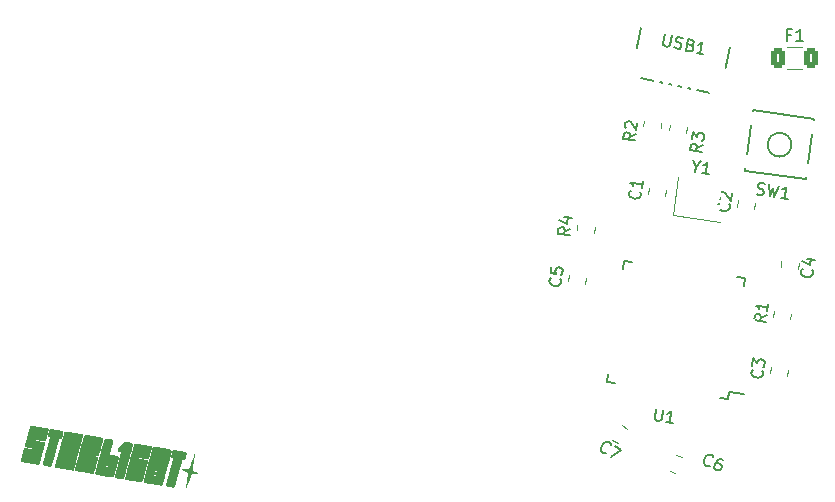
<source format=gto>
%TF.GenerationSoftware,KiCad,Pcbnew,(7.0.0)*%
%TF.CreationDate,2023-03-16T17:08:34-03:00*%
%TF.ProjectId,TCC-PCB,5443432d-5043-4422-9e6b-696361645f70,rev?*%
%TF.SameCoordinates,Original*%
%TF.FileFunction,Legend,Top*%
%TF.FilePolarity,Positive*%
%FSLAX46Y46*%
G04 Gerber Fmt 4.6, Leading zero omitted, Abs format (unit mm)*
G04 Created by KiCad (PCBNEW (7.0.0)) date 2023-03-16 17:08:34*
%MOMM*%
%LPD*%
G01*
G04 APERTURE LIST*
G04 Aperture macros list*
%AMRoundRect*
0 Rectangle with rounded corners*
0 $1 Rounding radius*
0 $2 $3 $4 $5 $6 $7 $8 $9 X,Y pos of 4 corners*
0 Add a 4 corners polygon primitive as box body*
4,1,4,$2,$3,$4,$5,$6,$7,$8,$9,$2,$3,0*
0 Add four circle primitives for the rounded corners*
1,1,$1+$1,$2,$3*
1,1,$1+$1,$4,$5*
1,1,$1+$1,$6,$7*
1,1,$1+$1,$8,$9*
0 Add four rect primitives between the rounded corners*
20,1,$1+$1,$2,$3,$4,$5,0*
20,1,$1+$1,$4,$5,$6,$7,0*
20,1,$1+$1,$6,$7,$8,$9,0*
20,1,$1+$1,$8,$9,$2,$3,0*%
%AMHorizOval*
0 Thick line with rounded ends*
0 $1 width*
0 $2 $3 position (X,Y) of the first rounded end (center of the circle)*
0 $4 $5 position (X,Y) of the second rounded end (center of the circle)*
0 Add line between two ends*
20,1,$1,$2,$3,$4,$5,0*
0 Add two circle primitives to create the rounded ends*
1,1,$1,$2,$3*
1,1,$1,$4,$5*%
%AMRotRect*
0 Rectangle, with rotation*
0 The origin of the aperture is its center*
0 $1 length*
0 $2 width*
0 $3 Rotation angle, in degrees counterclockwise*
0 Add horizontal line*
21,1,$1,$2,0,0,$3*%
G04 Aperture macros list end*
%ADD10C,0.150000*%
%ADD11C,0.120000*%
%ADD12RoundRect,0.250000X0.409088X-0.322573X0.482154X0.197317X-0.409088X0.322573X-0.482154X-0.197317X0*%
%ADD13RoundRect,0.250000X0.463724X0.270343X0.039700X0.535303X-0.463724X-0.270343X-0.039700X-0.535303X0*%
%ADD14RotRect,2.250000X0.500000X258.000000*%
%ADD15HorizOval,1.700000X-0.103956X-0.489074X0.103956X0.489074X0*%
%ADD16RoundRect,0.250000X-0.435584X0.313674X-0.505171X-0.181460X0.435584X-0.313674X0.505171X0.181460X0*%
%ADD17RoundRect,0.250000X0.435584X-0.313674X0.505171X0.181460X-0.435584X0.313674X-0.505171X-0.181460X0*%
%ADD18C,1.750000*%
%ADD19C,3.000000*%
%ADD20C,3.987800*%
%ADD21RoundRect,0.250000X-0.409734X-0.346761X0.053858X-0.534064X0.409734X0.346761X-0.053858X0.534064X0*%
%ADD22RoundRect,0.250000X-0.375000X-0.625000X0.375000X-0.625000X0.375000X0.625000X-0.375000X0.625000X0*%
%ADD23RoundRect,0.250000X-0.409088X0.322573X-0.482154X-0.197317X0.409088X-0.322573X0.482154X0.197317X0*%
%ADD24RotRect,1.800000X1.100000X352.000000*%
%ADD25RotRect,1.500000X0.550000X172.000000*%
%ADD26RotRect,1.500000X0.550000X262.000000*%
%ADD27RotRect,1.400000X1.200000X352.000000*%
G04 APERTURE END LIST*
D10*
%TO.C,R4*%
X175753663Y-89085417D02*
X175235715Y-89349234D01*
X175674135Y-89651285D02*
X174683867Y-89512112D01*
X174683867Y-89512112D02*
X174736885Y-89134867D01*
X174736885Y-89134867D02*
X174797296Y-89047183D01*
X174797296Y-89047183D02*
X174851079Y-89006654D01*
X174851079Y-89006654D02*
X174952017Y-88972753D01*
X174952017Y-88972753D02*
X175093484Y-88992635D01*
X175093484Y-88992635D02*
X175181168Y-89053045D01*
X175181168Y-89053045D02*
X175221696Y-89106828D01*
X175221696Y-89106828D02*
X175255597Y-89207767D01*
X175255597Y-89207767D02*
X175202579Y-89585012D01*
X175212775Y-88143834D02*
X175872954Y-88236616D01*
X174802394Y-88326594D02*
X175476592Y-88661781D01*
X175476592Y-88661781D02*
X175562746Y-88048758D01*
%TO.C,C7*%
X178748535Y-108086268D02*
X178682917Y-108101417D01*
X178682917Y-108101417D02*
X178536533Y-108066098D01*
X178536533Y-108066098D02*
X178455767Y-108015629D01*
X178455767Y-108015629D02*
X178359851Y-107899543D01*
X178359851Y-107899543D02*
X178329553Y-107768308D01*
X178329553Y-107768308D02*
X178339639Y-107662307D01*
X178339639Y-107662307D02*
X178400192Y-107475540D01*
X178400192Y-107475540D02*
X178475895Y-107354390D01*
X178475895Y-107354390D02*
X178617215Y-107218092D01*
X178617215Y-107218092D02*
X178708067Y-107162559D01*
X178708067Y-107162559D02*
X178839302Y-107132261D01*
X178839302Y-107132261D02*
X178985686Y-107167581D01*
X178985686Y-107167581D02*
X179066453Y-107218049D01*
X179066453Y-107218049D02*
X179162368Y-107334135D01*
X179162368Y-107334135D02*
X179177517Y-107399753D01*
X179510668Y-107495626D02*
X180076034Y-107848906D01*
X180076034Y-107848906D02*
X179182665Y-108469846D01*
%TO.C,R1*%
X192373663Y-96415417D02*
X191855715Y-96679234D01*
X192294135Y-96981285D02*
X191303867Y-96842112D01*
X191303867Y-96842112D02*
X191356885Y-96464867D01*
X191356885Y-96464867D02*
X191417296Y-96377183D01*
X191417296Y-96377183D02*
X191471079Y-96336654D01*
X191471079Y-96336654D02*
X191572017Y-96302753D01*
X191572017Y-96302753D02*
X191713484Y-96322635D01*
X191713484Y-96322635D02*
X191801168Y-96383045D01*
X191801168Y-96383045D02*
X191841696Y-96436828D01*
X191841696Y-96436828D02*
X191875597Y-96537767D01*
X191875597Y-96537767D02*
X191822579Y-96915012D01*
X192506208Y-95472305D02*
X192426681Y-96038172D01*
X192466445Y-95755239D02*
X191476177Y-95616065D01*
X191476177Y-95616065D02*
X191604389Y-95730259D01*
X191604389Y-95730259D02*
X191685446Y-95837824D01*
X191685446Y-95837824D02*
X191719347Y-95938763D01*
%TO.C,USB1*%
X183754302Y-72619388D02*
X183585993Y-73411222D01*
X183585993Y-73411222D02*
X183612770Y-73514280D01*
X183612770Y-73514280D02*
X183649448Y-73570759D01*
X183649448Y-73570759D02*
X183732704Y-73637138D01*
X183732704Y-73637138D02*
X183919018Y-73676741D01*
X183919018Y-73676741D02*
X184022076Y-73649963D01*
X184022076Y-73649963D02*
X184078555Y-73613285D01*
X184078555Y-73613285D02*
X184144934Y-73530029D01*
X184144934Y-73530029D02*
X184313244Y-72738195D01*
X184534439Y-73758869D02*
X184664273Y-73835149D01*
X184664273Y-73835149D02*
X184897166Y-73884652D01*
X184897166Y-73884652D02*
X185000223Y-73857875D01*
X185000223Y-73857875D02*
X185056702Y-73821197D01*
X185056702Y-73821197D02*
X185123082Y-73737941D01*
X185123082Y-73737941D02*
X185142883Y-73644784D01*
X185142883Y-73644784D02*
X185116106Y-73541726D01*
X185116106Y-73541726D02*
X185079428Y-73485247D01*
X185079428Y-73485247D02*
X184996171Y-73418868D01*
X184996171Y-73418868D02*
X184819758Y-73332687D01*
X184819758Y-73332687D02*
X184736502Y-73266307D01*
X184736502Y-73266307D02*
X184699824Y-73209828D01*
X184699824Y-73209828D02*
X184673046Y-73106771D01*
X184673046Y-73106771D02*
X184692848Y-73013614D01*
X184692848Y-73013614D02*
X184759227Y-72930358D01*
X184759227Y-72930358D02*
X184815706Y-72893680D01*
X184815706Y-72893680D02*
X184918764Y-72866902D01*
X184918764Y-72866902D02*
X185151656Y-72916405D01*
X185151656Y-72916405D02*
X185281491Y-72992685D01*
X185937641Y-73570300D02*
X186067476Y-73646580D01*
X186067476Y-73646580D02*
X186104154Y-73703059D01*
X186104154Y-73703059D02*
X186130931Y-73806117D01*
X186130931Y-73806117D02*
X186101229Y-73945852D01*
X186101229Y-73945852D02*
X186034850Y-74029109D01*
X186034850Y-74029109D02*
X185978371Y-74065787D01*
X185978371Y-74065787D02*
X185875313Y-74092564D01*
X185875313Y-74092564D02*
X185502686Y-74013359D01*
X185502686Y-74013359D02*
X185710597Y-73035212D01*
X185710597Y-73035212D02*
X186036647Y-73104516D01*
X186036647Y-73104516D02*
X186119903Y-73170895D01*
X186119903Y-73170895D02*
X186156581Y-73227374D01*
X186156581Y-73227374D02*
X186183358Y-73330432D01*
X186183358Y-73330432D02*
X186163557Y-73423589D01*
X186163557Y-73423589D02*
X186097177Y-73506845D01*
X186097177Y-73506845D02*
X186040698Y-73543523D01*
X186040698Y-73543523D02*
X185937641Y-73570300D01*
X185937641Y-73570300D02*
X185611592Y-73500996D01*
X186993196Y-74330177D02*
X186434255Y-74211371D01*
X186713726Y-74270774D02*
X186921637Y-73292626D01*
X186921637Y-73292626D02*
X186798779Y-73412561D01*
X186798779Y-73412561D02*
X186685821Y-73485916D01*
X186685821Y-73485916D02*
X186582763Y-73512694D01*
%TO.C,C4*%
X196222162Y-92618475D02*
X196262691Y-92672258D01*
X196262691Y-92672258D02*
X196289965Y-92820352D01*
X196289965Y-92820352D02*
X196276710Y-92914663D01*
X196276710Y-92914663D02*
X196209672Y-93049503D01*
X196209672Y-93049503D02*
X196102107Y-93130559D01*
X196102107Y-93130559D02*
X196001168Y-93164460D01*
X196001168Y-93164460D02*
X195805918Y-93185107D01*
X195805918Y-93185107D02*
X195664451Y-93165225D01*
X195664451Y-93165225D02*
X195482456Y-93091560D01*
X195482456Y-93091560D02*
X195394772Y-93031150D01*
X195394772Y-93031150D02*
X195313716Y-92923584D01*
X195313716Y-92923584D02*
X195286442Y-92775490D01*
X195286442Y-92775490D02*
X195299696Y-92681179D01*
X195299696Y-92681179D02*
X195366734Y-92546339D01*
X195366734Y-92546339D02*
X195420517Y-92505811D01*
X195775586Y-91690146D02*
X196435765Y-91782928D01*
X195365205Y-91872906D02*
X196039403Y-92208093D01*
X196039403Y-92208093D02*
X196125557Y-91595070D01*
%TO.C,C1*%
X181640992Y-85981173D02*
X181681521Y-86034956D01*
X181681521Y-86034956D02*
X181708795Y-86183050D01*
X181708795Y-86183050D02*
X181695540Y-86277361D01*
X181695540Y-86277361D02*
X181628502Y-86412201D01*
X181628502Y-86412201D02*
X181520937Y-86493257D01*
X181520937Y-86493257D02*
X181419998Y-86527158D01*
X181419998Y-86527158D02*
X181224748Y-86547805D01*
X181224748Y-86547805D02*
X181083281Y-86527923D01*
X181083281Y-86527923D02*
X180901286Y-86454258D01*
X180901286Y-86454258D02*
X180813602Y-86393848D01*
X180813602Y-86393848D02*
X180732546Y-86286282D01*
X180732546Y-86286282D02*
X180705272Y-86138188D01*
X180705272Y-86138188D02*
X180718526Y-86043877D01*
X180718526Y-86043877D02*
X180785564Y-85909037D01*
X180785564Y-85909037D02*
X180839347Y-85868509D01*
X181867849Y-85051315D02*
X181788322Y-85617182D01*
X181828086Y-85334249D02*
X180837818Y-85195075D01*
X180837818Y-85195075D02*
X180966030Y-85309269D01*
X180966030Y-85309269D02*
X181047087Y-85416834D01*
X181047087Y-85416834D02*
X181080988Y-85517773D01*
%TO.C,C5*%
X174904862Y-93370853D02*
X174945391Y-93424636D01*
X174945391Y-93424636D02*
X174972665Y-93572730D01*
X174972665Y-93572730D02*
X174959410Y-93667041D01*
X174959410Y-93667041D02*
X174892372Y-93801881D01*
X174892372Y-93801881D02*
X174784807Y-93882937D01*
X174784807Y-93882937D02*
X174683868Y-93916838D01*
X174683868Y-93916838D02*
X174488618Y-93937485D01*
X174488618Y-93937485D02*
X174347151Y-93917603D01*
X174347151Y-93917603D02*
X174165156Y-93843938D01*
X174165156Y-93843938D02*
X174077472Y-93783528D01*
X174077472Y-93783528D02*
X173996416Y-93675962D01*
X173996416Y-93675962D02*
X173969142Y-93527868D01*
X173969142Y-93527868D02*
X173982396Y-93433557D01*
X173982396Y-93433557D02*
X174049434Y-93298717D01*
X174049434Y-93298717D02*
X174103217Y-93258189D01*
X174134824Y-92348977D02*
X174068551Y-92820534D01*
X174068551Y-92820534D02*
X174533480Y-92933962D01*
X174533480Y-92933962D02*
X174492952Y-92880179D01*
X174492952Y-92880179D02*
X174459051Y-92779241D01*
X174459051Y-92779241D02*
X174492187Y-92543463D01*
X174492187Y-92543463D02*
X174552597Y-92455779D01*
X174552597Y-92455779D02*
X174606380Y-92415250D01*
X174606380Y-92415250D02*
X174707319Y-92381349D01*
X174707319Y-92381349D02*
X174943097Y-92414486D01*
X174943097Y-92414486D02*
X175030781Y-92474896D01*
X175030781Y-92474896D02*
X175071309Y-92528679D01*
X175071309Y-92528679D02*
X175105210Y-92629617D01*
X175105210Y-92629617D02*
X175072074Y-92865395D01*
X175072074Y-92865395D02*
X175011664Y-92953079D01*
X175011664Y-92953079D02*
X174957881Y-92993608D01*
%TO.C,C6*%
X187548677Y-109194831D02*
X187486687Y-109221144D01*
X187486687Y-109221144D02*
X187336394Y-109211780D01*
X187336394Y-109211780D02*
X187248090Y-109176103D01*
X187248090Y-109176103D02*
X187133474Y-109078437D01*
X187133474Y-109078437D02*
X187080847Y-108954457D01*
X187080847Y-108954457D02*
X187072373Y-108848315D01*
X187072373Y-108848315D02*
X187099575Y-108653870D01*
X187099575Y-108653870D02*
X187153090Y-108521415D01*
X187153090Y-108521415D02*
X187268595Y-108362647D01*
X187268595Y-108362647D02*
X187348424Y-108292182D01*
X187348424Y-108292182D02*
X187472404Y-108239556D01*
X187472404Y-108239556D02*
X187622697Y-108248920D01*
X187622697Y-108248920D02*
X187711000Y-108284596D01*
X187711000Y-108284596D02*
X187825617Y-108382263D01*
X187825617Y-108382263D02*
X187851930Y-108444253D01*
X188682336Y-108677041D02*
X188505729Y-108605688D01*
X188505729Y-108605688D02*
X188399588Y-108614163D01*
X188399588Y-108614163D02*
X188337597Y-108640476D01*
X188337597Y-108640476D02*
X188195779Y-108737254D01*
X188195779Y-108737254D02*
X188080274Y-108896022D01*
X188080274Y-108896022D02*
X187937567Y-109249235D01*
X187937567Y-109249235D02*
X187946041Y-109355376D01*
X187946041Y-109355376D02*
X187972355Y-109417366D01*
X187972355Y-109417366D02*
X188042819Y-109497195D01*
X188042819Y-109497195D02*
X188219426Y-109568548D01*
X188219426Y-109568548D02*
X188325567Y-109560074D01*
X188325567Y-109560074D02*
X188387557Y-109533760D01*
X188387557Y-109533760D02*
X188467386Y-109463296D01*
X188467386Y-109463296D02*
X188556578Y-109242538D01*
X188556578Y-109242538D02*
X188548103Y-109136396D01*
X188548103Y-109136396D02*
X188521790Y-109074406D01*
X188521790Y-109074406D02*
X188451325Y-108994578D01*
X188451325Y-108994578D02*
X188274719Y-108923224D01*
X188274719Y-108923224D02*
X188168577Y-108931699D01*
X188168577Y-108931699D02*
X188106587Y-108958012D01*
X188106587Y-108958012D02*
X188026759Y-109028477D01*
%TO.C,F1*%
X194396666Y-72666071D02*
X194063333Y-72666071D01*
X194063333Y-73189880D02*
X194063333Y-72189880D01*
X194063333Y-72189880D02*
X194539523Y-72189880D01*
X195444285Y-73189880D02*
X194872857Y-73189880D01*
X195158571Y-73189880D02*
X195158571Y-72189880D01*
X195158571Y-72189880D02*
X195063333Y-72332738D01*
X195063333Y-72332738D02*
X194968095Y-72427976D01*
X194968095Y-72427976D02*
X194872857Y-72475595D01*
%TO.C,R3*%
X186968429Y-82005790D02*
X186450481Y-82269607D01*
X186888901Y-82571658D02*
X185898633Y-82432485D01*
X185898633Y-82432485D02*
X185951651Y-82055240D01*
X185951651Y-82055240D02*
X186012062Y-81967556D01*
X186012062Y-81967556D02*
X186065845Y-81927027D01*
X186065845Y-81927027D02*
X186166783Y-81893126D01*
X186166783Y-81893126D02*
X186308250Y-81913008D01*
X186308250Y-81913008D02*
X186395934Y-81973418D01*
X186395934Y-81973418D02*
X186436462Y-82027201D01*
X186436462Y-82027201D02*
X186470363Y-82128140D01*
X186470363Y-82128140D02*
X186417345Y-82505385D01*
X186024552Y-81536528D02*
X186110706Y-80923505D01*
X186110706Y-80923505D02*
X186441560Y-81306612D01*
X186441560Y-81306612D02*
X186461442Y-81165146D01*
X186461442Y-81165146D02*
X186521852Y-81077462D01*
X186521852Y-81077462D02*
X186575635Y-81036933D01*
X186575635Y-81036933D02*
X186676574Y-81003032D01*
X186676574Y-81003032D02*
X186912352Y-81036169D01*
X186912352Y-81036169D02*
X187000036Y-81096579D01*
X187000036Y-81096579D02*
X187040564Y-81150362D01*
X187040564Y-81150362D02*
X187074465Y-81251300D01*
X187074465Y-81251300D02*
X187034702Y-81534234D01*
X187034702Y-81534234D02*
X186974291Y-81621918D01*
X186974291Y-81621918D02*
X186920508Y-81662446D01*
%TO.C,R2*%
X181293626Y-81058694D02*
X180775678Y-81322511D01*
X181214098Y-81624562D02*
X180223830Y-81485389D01*
X180223830Y-81485389D02*
X180276848Y-81108144D01*
X180276848Y-81108144D02*
X180337259Y-81020460D01*
X180337259Y-81020460D02*
X180391042Y-80979931D01*
X180391042Y-80979931D02*
X180491980Y-80946030D01*
X180491980Y-80946030D02*
X180633447Y-80965912D01*
X180633447Y-80965912D02*
X180721131Y-81026322D01*
X180721131Y-81026322D02*
X180761659Y-81080105D01*
X180761659Y-81080105D02*
X180795560Y-81181044D01*
X180795560Y-81181044D02*
X180742542Y-81558289D01*
X180450687Y-80555531D02*
X180410159Y-80501748D01*
X180410159Y-80501748D02*
X180376258Y-80400809D01*
X180376258Y-80400809D02*
X180409394Y-80165031D01*
X180409394Y-80165031D02*
X180469804Y-80077347D01*
X180469804Y-80077347D02*
X180523587Y-80036819D01*
X180523587Y-80036819D02*
X180624526Y-80002918D01*
X180624526Y-80002918D02*
X180718837Y-80016172D01*
X180718837Y-80016172D02*
X180853677Y-80083210D01*
X180853677Y-80083210D02*
X181340017Y-80728605D01*
X181340017Y-80728605D02*
X181426171Y-80115582D01*
%TO.C,SW1*%
X191526842Y-86147475D02*
X191661682Y-86214513D01*
X191661682Y-86214513D02*
X191897460Y-86247649D01*
X191897460Y-86247649D02*
X191998399Y-86213748D01*
X191998399Y-86213748D02*
X192052181Y-86173220D01*
X192052181Y-86173220D02*
X192112592Y-86085536D01*
X192112592Y-86085536D02*
X192125846Y-85991225D01*
X192125846Y-85991225D02*
X192091945Y-85890286D01*
X192091945Y-85890286D02*
X192051417Y-85836503D01*
X192051417Y-85836503D02*
X191963733Y-85776093D01*
X191963733Y-85776093D02*
X191781738Y-85702428D01*
X191781738Y-85702428D02*
X191694054Y-85642018D01*
X191694054Y-85642018D02*
X191653525Y-85588235D01*
X191653525Y-85588235D02*
X191619624Y-85487297D01*
X191619624Y-85487297D02*
X191632879Y-85392985D01*
X191632879Y-85392985D02*
X191693289Y-85305302D01*
X191693289Y-85305302D02*
X191747072Y-85264773D01*
X191747072Y-85264773D02*
X191848011Y-85230872D01*
X191848011Y-85230872D02*
X192083789Y-85264009D01*
X192083789Y-85264009D02*
X192218628Y-85331046D01*
X192555345Y-85330282D02*
X192651950Y-86353686D01*
X192651950Y-86353686D02*
X192939982Y-85672861D01*
X192939982Y-85672861D02*
X193029195Y-86406704D01*
X193029195Y-86406704D02*
X193404146Y-85449573D01*
X194160930Y-86565759D02*
X193595062Y-86486232D01*
X193877996Y-86525996D02*
X194017169Y-85535728D01*
X194017169Y-85535728D02*
X193902976Y-85663940D01*
X193902976Y-85663940D02*
X193795410Y-85744996D01*
X193795410Y-85744996D02*
X193694472Y-85778897D01*
%TO.C,C3*%
X192012648Y-101151608D02*
X192053177Y-101205391D01*
X192053177Y-101205391D02*
X192080451Y-101353485D01*
X192080451Y-101353485D02*
X192067196Y-101447796D01*
X192067196Y-101447796D02*
X192000158Y-101582636D01*
X192000158Y-101582636D02*
X191892593Y-101663692D01*
X191892593Y-101663692D02*
X191791654Y-101697593D01*
X191791654Y-101697593D02*
X191596404Y-101718240D01*
X191596404Y-101718240D02*
X191454937Y-101698358D01*
X191454937Y-101698358D02*
X191272942Y-101624693D01*
X191272942Y-101624693D02*
X191185258Y-101564283D01*
X191185258Y-101564283D02*
X191104202Y-101456717D01*
X191104202Y-101456717D02*
X191076928Y-101308623D01*
X191076928Y-101308623D02*
X191090182Y-101214312D01*
X191090182Y-101214312D02*
X191157220Y-101079472D01*
X191157220Y-101079472D02*
X191211003Y-101038944D01*
X191163083Y-100695600D02*
X191249237Y-100082577D01*
X191249237Y-100082577D02*
X191580091Y-100465684D01*
X191580091Y-100465684D02*
X191599973Y-100324218D01*
X191599973Y-100324218D02*
X191660383Y-100236534D01*
X191660383Y-100236534D02*
X191714166Y-100196005D01*
X191714166Y-100196005D02*
X191815105Y-100162104D01*
X191815105Y-100162104D02*
X192050883Y-100195241D01*
X192050883Y-100195241D02*
X192138567Y-100255651D01*
X192138567Y-100255651D02*
X192179095Y-100309434D01*
X192179095Y-100309434D02*
X192212996Y-100410372D01*
X192212996Y-100410372D02*
X192173233Y-100693306D01*
X192173233Y-100693306D02*
X192112822Y-100780990D01*
X192112822Y-100780990D02*
X192059039Y-100821518D01*
%TO.C,U1*%
X183011072Y-104329661D02*
X182898408Y-105131307D01*
X182898408Y-105131307D02*
X182932309Y-105232246D01*
X182932309Y-105232246D02*
X182972838Y-105286028D01*
X182972838Y-105286028D02*
X183060521Y-105346439D01*
X183060521Y-105346439D02*
X183249144Y-105372948D01*
X183249144Y-105372948D02*
X183350083Y-105339047D01*
X183350083Y-105339047D02*
X183403865Y-105298518D01*
X183403865Y-105298518D02*
X183464276Y-105210834D01*
X183464276Y-105210834D02*
X183576940Y-104409189D01*
X184428034Y-105538630D02*
X183862167Y-105459103D01*
X184145101Y-105498866D02*
X184284274Y-104508598D01*
X184284274Y-104508598D02*
X184170081Y-104636811D01*
X184170081Y-104636811D02*
X184062515Y-104717867D01*
X184062515Y-104717867D02*
X183961576Y-104751768D01*
%TO.C,C2*%
X189186834Y-87041672D02*
X189227363Y-87095455D01*
X189227363Y-87095455D02*
X189254637Y-87243549D01*
X189254637Y-87243549D02*
X189241382Y-87337860D01*
X189241382Y-87337860D02*
X189174344Y-87472700D01*
X189174344Y-87472700D02*
X189066779Y-87553756D01*
X189066779Y-87553756D02*
X188965840Y-87587657D01*
X188965840Y-87587657D02*
X188770590Y-87608304D01*
X188770590Y-87608304D02*
X188629123Y-87588422D01*
X188629123Y-87588422D02*
X188447128Y-87514757D01*
X188447128Y-87514757D02*
X188359444Y-87454347D01*
X188359444Y-87454347D02*
X188278388Y-87346781D01*
X188278388Y-87346781D02*
X188251114Y-87198687D01*
X188251114Y-87198687D02*
X188264368Y-87104376D01*
X188264368Y-87104376D02*
X188331406Y-86969536D01*
X188331406Y-86969536D02*
X188385189Y-86929008D01*
X188438207Y-86551763D02*
X188397679Y-86497980D01*
X188397679Y-86497980D02*
X188363778Y-86397041D01*
X188363778Y-86397041D02*
X188396914Y-86161263D01*
X188396914Y-86161263D02*
X188457324Y-86073579D01*
X188457324Y-86073579D02*
X188511107Y-86033051D01*
X188511107Y-86033051D02*
X188612046Y-85999150D01*
X188612046Y-85999150D02*
X188706357Y-86012404D01*
X188706357Y-86012404D02*
X188841197Y-86079442D01*
X188841197Y-86079442D02*
X189327537Y-86724837D01*
X189327537Y-86724837D02*
X189413691Y-86111814D01*
%TO.C,Y1*%
X186371591Y-83868840D02*
X186305318Y-84340396D01*
X186114401Y-83303737D02*
X186371591Y-83868840D01*
X186371591Y-83868840D02*
X186774580Y-83396519D01*
X187484208Y-84506078D02*
X186918341Y-84426551D01*
X187201275Y-84466315D02*
X187340448Y-83476047D01*
X187340448Y-83476047D02*
X187226255Y-83604259D01*
X187226255Y-83604259D02*
X187118689Y-83685316D01*
X187118689Y-83685316D02*
X187017750Y-83719217D01*
D11*
%TO.C,R4*%
X176287547Y-89221442D02*
X176350749Y-88771734D01*
X177743241Y-89426026D02*
X177806443Y-88976318D01*
%TO.C,C7*%
X179756418Y-107280835D02*
X179313309Y-107003950D01*
X180535399Y-106034204D02*
X180092290Y-105757319D01*
%TO.C,R1*%
X192907547Y-96551442D02*
X192970749Y-96101734D01*
X194363241Y-96756026D02*
X194426443Y-96306318D01*
D10*
%TO.C,USB1*%
X189511232Y-72412418D02*
X188378114Y-77743322D01*
X181979496Y-70811498D02*
X180846377Y-76142402D01*
X188378114Y-77743322D02*
X180846377Y-76142402D01*
D11*
%TO.C,C4*%
X195076420Y-92025328D02*
X195003702Y-92542747D01*
X193620726Y-91820743D02*
X193548008Y-92338162D01*
%TO.C,C1*%
X182294138Y-86168482D02*
X182366856Y-85651063D01*
X183749832Y-86373067D02*
X183822550Y-85855648D01*
%TO.C,C5*%
X175558008Y-93558162D02*
X175630726Y-93040743D01*
X177013702Y-93762747D02*
X177086420Y-93245328D01*
%TO.C,C6*%
X184702282Y-108237277D02*
X185186739Y-108433011D01*
X184151611Y-109600237D02*
X184636068Y-109795971D01*
%TO.C,F1*%
X194127936Y-73732500D02*
X195332064Y-73732500D01*
X194127936Y-75552500D02*
X195332064Y-75552500D01*
%TO.C,R3*%
X185629448Y-80519938D02*
X185566246Y-80969646D01*
X184173754Y-80315354D02*
X184110552Y-80765062D01*
%TO.C,R2*%
X183449448Y-80159938D02*
X183386246Y-80609646D01*
X181993754Y-79955354D02*
X181930552Y-80405062D01*
%TO.C,G\u002A\u002A\u002A*%
G36*
X138052436Y-107138362D02*
G01*
X138086791Y-107141932D01*
X138132333Y-107147974D01*
X138186466Y-107156030D01*
X138246596Y-107165643D01*
X138310128Y-107176357D01*
X138374467Y-107187712D01*
X138437018Y-107199254D01*
X138495189Y-107210525D01*
X138546383Y-107221067D01*
X138588005Y-107230423D01*
X138617463Y-107238137D01*
X138631571Y-107243379D01*
X138672264Y-107274983D01*
X138698992Y-107314903D01*
X138713465Y-107365788D01*
X138714305Y-107371585D01*
X138715132Y-107378824D01*
X138715545Y-107386651D01*
X138715341Y-107395843D01*
X138714319Y-107407184D01*
X138712275Y-107421450D01*
X138709008Y-107439424D01*
X138704315Y-107461882D01*
X138697994Y-107489607D01*
X138689843Y-107523376D01*
X138679658Y-107563970D01*
X138667239Y-107612168D01*
X138652383Y-107668749D01*
X138634887Y-107734494D01*
X138614549Y-107810182D01*
X138591167Y-107896593D01*
X138564539Y-107994505D01*
X138534461Y-108104700D01*
X138500732Y-108227956D01*
X138463150Y-108365052D01*
X138421513Y-108516770D01*
X138375616Y-108683888D01*
X138342184Y-108805585D01*
X138300606Y-108956721D01*
X138260079Y-109103631D01*
X138220856Y-109245418D01*
X138183190Y-109381182D01*
X138147335Y-109510025D01*
X138113543Y-109631048D01*
X138082068Y-109743353D01*
X138053161Y-109846038D01*
X138027077Y-109938208D01*
X138004068Y-110018961D01*
X137984387Y-110087399D01*
X137968288Y-110142625D01*
X137956023Y-110183738D01*
X137947844Y-110209839D01*
X137944200Y-110219729D01*
X137918258Y-110251700D01*
X137881334Y-110279140D01*
X137839760Y-110298165D01*
X137805565Y-110304813D01*
X137787774Y-110303797D01*
X137755568Y-110300137D01*
X137711595Y-110294208D01*
X137658502Y-110286386D01*
X137598936Y-110277043D01*
X137537580Y-110266900D01*
X137459413Y-110253383D01*
X137396384Y-110241633D01*
X137346485Y-110230922D01*
X137307708Y-110220522D01*
X137278045Y-110209702D01*
X137255491Y-110197738D01*
X137238035Y-110183898D01*
X137223670Y-110167456D01*
X137210814Y-110148370D01*
X137190746Y-110102440D01*
X137185211Y-110071172D01*
X137185787Y-110061021D01*
X137188589Y-110043597D01*
X137193809Y-110018169D01*
X137201639Y-109984003D01*
X137212269Y-109940369D01*
X137225892Y-109886533D01*
X137242699Y-109821764D01*
X137262881Y-109745328D01*
X137286630Y-109656495D01*
X137314138Y-109554531D01*
X137345597Y-109438704D01*
X137381196Y-109308282D01*
X137421129Y-109162532D01*
X137458491Y-109026524D01*
X137734606Y-108022391D01*
X137637066Y-108005258D01*
X137578679Y-107993532D01*
X137534405Y-107980584D01*
X137501038Y-107964712D01*
X137475370Y-107944217D01*
X137454195Y-107917395D01*
X137445832Y-107903767D01*
X137429763Y-107872965D01*
X137422114Y-107847848D01*
X137420654Y-107820431D01*
X137420891Y-107814351D01*
X137424528Y-107782725D01*
X137431241Y-107753712D01*
X137434324Y-107745213D01*
X137443660Y-107730791D01*
X137463365Y-107705518D01*
X137491905Y-107671086D01*
X137527746Y-107629188D01*
X137569352Y-107581515D01*
X137615189Y-107529761D01*
X137663722Y-107475617D01*
X137713416Y-107420776D01*
X137762737Y-107366930D01*
X137810149Y-107315772D01*
X137854119Y-107268994D01*
X137893111Y-107228289D01*
X137925590Y-107195348D01*
X137950021Y-107171865D01*
X137964871Y-107159530D01*
X137966172Y-107158749D01*
X137995482Y-107146265D01*
X138025328Y-107138506D01*
X138031861Y-107137720D01*
X138052436Y-107138362D01*
G37*
G36*
X143965103Y-108112105D02*
G01*
X143963452Y-108123927D01*
X143959554Y-108151574D01*
X143953597Y-108193719D01*
X143945769Y-108249032D01*
X143936257Y-108316185D01*
X143925251Y-108393851D01*
X143912939Y-108480701D01*
X143899509Y-108575405D01*
X143885148Y-108676636D01*
X143870046Y-108783065D01*
X143863329Y-108830392D01*
X143848041Y-108938296D01*
X143833497Y-109041314D01*
X143819878Y-109138149D01*
X143807365Y-109227504D01*
X143796135Y-109308082D01*
X143786370Y-109378585D01*
X143778251Y-109437714D01*
X143771957Y-109484173D01*
X143767667Y-109516663D01*
X143765562Y-109533888D01*
X143765377Y-109536319D01*
X143772862Y-109542648D01*
X143793767Y-109556428D01*
X143826397Y-109576641D01*
X143869056Y-109602268D01*
X143920050Y-109632289D01*
X143977684Y-109665687D01*
X144037900Y-109700101D01*
X144100385Y-109735652D01*
X144157985Y-109768564D01*
X144208989Y-109797850D01*
X144251689Y-109822521D01*
X144284376Y-109841591D01*
X144305339Y-109854071D01*
X144312849Y-109858940D01*
X144305340Y-109860071D01*
X144282501Y-109861154D01*
X144246328Y-109862148D01*
X144198816Y-109863015D01*
X144141962Y-109863717D01*
X144077760Y-109864214D01*
X144032623Y-109864410D01*
X143962498Y-109864675D01*
X143896481Y-109865027D01*
X143836950Y-109865443D01*
X143786286Y-109865904D01*
X143746868Y-109866390D01*
X143721078Y-109866879D01*
X143713528Y-109867144D01*
X143677976Y-109869020D01*
X143425445Y-110514111D01*
X143385982Y-110614818D01*
X143348251Y-110710906D01*
X143312741Y-110801145D01*
X143279939Y-110884307D01*
X143250330Y-110959161D01*
X143224404Y-111024480D01*
X143202647Y-111079034D01*
X143185547Y-111121593D01*
X143173589Y-111150931D01*
X143167263Y-111165815D01*
X143166444Y-111167418D01*
X143162423Y-111167445D01*
X143162777Y-111158991D01*
X143165805Y-111140364D01*
X143171087Y-111107151D01*
X143178377Y-111060922D01*
X143187432Y-111003246D01*
X143198008Y-110935696D01*
X143209859Y-110859843D01*
X143222745Y-110777255D01*
X143236419Y-110689505D01*
X143250637Y-110598163D01*
X143265156Y-110504799D01*
X143279732Y-110410986D01*
X143294121Y-110318293D01*
X143308078Y-110228290D01*
X143321359Y-110142548D01*
X143333722Y-110062639D01*
X143344920Y-109990134D01*
X143354711Y-109926601D01*
X143362852Y-109873613D01*
X143369096Y-109832740D01*
X143373201Y-109805553D01*
X143374922Y-109793623D01*
X143374960Y-109793214D01*
X143367545Y-109787869D01*
X143346600Y-109775160D01*
X143313790Y-109756036D01*
X143270782Y-109731452D01*
X143219245Y-109702359D01*
X143160846Y-109669709D01*
X143097252Y-109634456D01*
X143090511Y-109630736D01*
X143027161Y-109595504D01*
X142969484Y-109562873D01*
X142919035Y-109533765D01*
X142877372Y-109509105D01*
X142846050Y-109489816D01*
X142826627Y-109476822D01*
X142820660Y-109471044D01*
X142820978Y-109470865D01*
X142832756Y-109470079D01*
X142859801Y-109469253D01*
X142900058Y-109468421D01*
X142951467Y-109467616D01*
X143011972Y-109466869D01*
X143079515Y-109466214D01*
X143146583Y-109465718D01*
X143457674Y-109463747D01*
X143467436Y-109441102D01*
X143471899Y-109429539D01*
X143481831Y-109402988D01*
X143496759Y-109362736D01*
X143516211Y-109310070D01*
X143539712Y-109246279D01*
X143566790Y-109172646D01*
X143596969Y-109090461D01*
X143629779Y-109001010D01*
X143664742Y-108905580D01*
X143701387Y-108805457D01*
X143711296Y-108778368D01*
X143748338Y-108677173D01*
X143783859Y-108580300D01*
X143817381Y-108489039D01*
X143848429Y-108404682D01*
X143876526Y-108328518D01*
X143901194Y-108261840D01*
X143921956Y-108205938D01*
X143938335Y-108162103D01*
X143949855Y-108131625D01*
X143956038Y-108115796D01*
X143956715Y-108114235D01*
X143968036Y-108090190D01*
X143965103Y-108112105D01*
G37*
G36*
X142218835Y-107838466D02*
G01*
X142245346Y-107840640D01*
X142280536Y-107844701D01*
X142325715Y-107850831D01*
X142382196Y-107859209D01*
X142451287Y-107870020D01*
X142534302Y-107883444D01*
X142632549Y-107899664D01*
X142675270Y-107906784D01*
X142771595Y-107923076D01*
X142860452Y-107938501D01*
X142940444Y-107952797D01*
X143010173Y-107965698D01*
X143068243Y-107976944D01*
X143113259Y-107986269D01*
X143143821Y-107993412D01*
X143157875Y-107997782D01*
X143189035Y-108018454D01*
X143218196Y-108048807D01*
X143222159Y-108054105D01*
X143235539Y-108073979D01*
X143245493Y-108093111D01*
X143251847Y-108113503D01*
X143254425Y-108137158D01*
X143253053Y-108166078D01*
X143247555Y-108202268D01*
X143237757Y-108247732D01*
X143223483Y-108304472D01*
X143204559Y-108374489D01*
X143189410Y-108429044D01*
X143166376Y-108510187D01*
X143147196Y-108574800D01*
X143131762Y-108623215D01*
X143119961Y-108655769D01*
X143111684Y-108672794D01*
X143108363Y-108675697D01*
X143094996Y-108674587D01*
X143068833Y-108670902D01*
X143034109Y-108665273D01*
X143007616Y-108660633D01*
X142970055Y-108654309D01*
X142938711Y-108649873D01*
X142917575Y-108647840D01*
X142910972Y-108648132D01*
X142907710Y-108656745D01*
X142900136Y-108681099D01*
X142888524Y-108720231D01*
X142873145Y-108773173D01*
X142854274Y-108838957D01*
X142832182Y-108916620D01*
X142807143Y-109005196D01*
X142779428Y-109103716D01*
X142749311Y-109211215D01*
X142717065Y-109326728D01*
X142682962Y-109449288D01*
X142647276Y-109577929D01*
X142610278Y-109711683D01*
X142591344Y-109780285D01*
X142553593Y-109916888D01*
X142516867Y-110049266D01*
X142481451Y-110176416D01*
X142447631Y-110297336D01*
X142415690Y-110411024D01*
X142385914Y-110516478D01*
X142358589Y-110612695D01*
X142333998Y-110698675D01*
X142312427Y-110773413D01*
X142294162Y-110835908D01*
X142279487Y-110885159D01*
X142268687Y-110920162D01*
X142262048Y-110939917D01*
X142260473Y-110943599D01*
X142235448Y-110974004D01*
X142199579Y-111000831D01*
X142159344Y-111020090D01*
X142123924Y-111027702D01*
X142107426Y-111026674D01*
X142076468Y-111023001D01*
X142033648Y-111017062D01*
X141981566Y-111009231D01*
X141922820Y-110999885D01*
X141863240Y-110989951D01*
X141800802Y-110979065D01*
X141742841Y-110968495D01*
X141691902Y-110958742D01*
X141650533Y-110950307D01*
X141621282Y-110943691D01*
X141606991Y-110939530D01*
X141567013Y-110913998D01*
X141534130Y-110877193D01*
X141511166Y-110833671D01*
X141500946Y-110787983D01*
X141501162Y-110768934D01*
X141503772Y-110757002D01*
X141510736Y-110729378D01*
X141521780Y-110687066D01*
X141536633Y-110631074D01*
X141555022Y-110562405D01*
X141576675Y-110482065D01*
X141601320Y-110391058D01*
X141628684Y-110290390D01*
X141658494Y-110181066D01*
X141690479Y-110064091D01*
X141724366Y-109940471D01*
X141759882Y-109811209D01*
X141796755Y-109677313D01*
X141810116Y-109628873D01*
X141847248Y-109494109D01*
X141883011Y-109363961D01*
X141917140Y-109239405D01*
X141949372Y-109121416D01*
X141979445Y-109010968D01*
X142007095Y-108909037D01*
X142032060Y-108816599D01*
X142054075Y-108734625D01*
X142072879Y-108664095D01*
X142088208Y-108605979D01*
X142099799Y-108561255D01*
X142107390Y-108530899D01*
X142110716Y-108515882D01*
X142110801Y-108514396D01*
X142100538Y-108511189D01*
X142076768Y-108506057D01*
X142043109Y-108499728D01*
X142005899Y-108493367D01*
X141966908Y-108486663D01*
X141935064Y-108480559D01*
X141913737Y-108475745D01*
X141906290Y-108472983D01*
X141908476Y-108461633D01*
X141914894Y-108436146D01*
X141924838Y-108398988D01*
X141937598Y-108352628D01*
X141952465Y-108299532D01*
X141968731Y-108242171D01*
X141985688Y-108183011D01*
X142002626Y-108124520D01*
X142018837Y-108069165D01*
X142033612Y-108019417D01*
X142046243Y-107977741D01*
X142056021Y-107946607D01*
X142062236Y-107928480D01*
X142063465Y-107925614D01*
X142090266Y-107890228D01*
X142128438Y-107861079D01*
X142172158Y-107842260D01*
X142186604Y-107839049D01*
X142199691Y-107837996D01*
X142218835Y-107838466D01*
G37*
G36*
X131817577Y-106061390D02*
G01*
X131833474Y-106063656D01*
X131864641Y-106068491D01*
X131909265Y-106075598D01*
X131965527Y-106084686D01*
X132031612Y-106095455D01*
X132105704Y-106107614D01*
X132185986Y-106120867D01*
X132270644Y-106134919D01*
X132281416Y-106136712D01*
X132383687Y-106153798D01*
X132470310Y-106168496D01*
X132542740Y-106181215D01*
X132602426Y-106192366D01*
X132650823Y-106202359D01*
X132689381Y-106211602D01*
X132719553Y-106220506D01*
X132742790Y-106229481D01*
X132760546Y-106238936D01*
X132774271Y-106249280D01*
X132785419Y-106260924D01*
X132795440Y-106274277D01*
X132801660Y-106283494D01*
X132813477Y-106303350D01*
X132821863Y-106323594D01*
X132826614Y-106346204D01*
X132827528Y-106373168D01*
X132824403Y-106406466D01*
X132817037Y-106448083D01*
X132805229Y-106500002D01*
X132788776Y-106564205D01*
X132767475Y-106642676D01*
X132763654Y-106656507D01*
X132746511Y-106718309D01*
X132730853Y-106774485D01*
X132717274Y-106822922D01*
X132706369Y-106861508D01*
X132698733Y-106888131D01*
X132694961Y-106900678D01*
X132694695Y-106901363D01*
X132685900Y-106901141D01*
X132663370Y-106898360D01*
X132630433Y-106893479D01*
X132590412Y-106886965D01*
X132586854Y-106886362D01*
X132542355Y-106879027D01*
X132512030Y-106874829D01*
X132493032Y-106873671D01*
X132482515Y-106875451D01*
X132477629Y-106880072D01*
X132476665Y-106882525D01*
X132473873Y-106892453D01*
X132466750Y-106918102D01*
X132455567Y-106958492D01*
X132440596Y-107012640D01*
X132422107Y-107079564D01*
X132400371Y-107158283D01*
X132375660Y-107247813D01*
X132348244Y-107347176D01*
X132318394Y-107455387D01*
X132286383Y-107571465D01*
X132252479Y-107694428D01*
X132216954Y-107823295D01*
X132180080Y-107957082D01*
X132163617Y-108016822D01*
X132122325Y-108166381D01*
X132082883Y-108308675D01*
X132045519Y-108442906D01*
X132010459Y-108568278D01*
X131977930Y-108683992D01*
X131948161Y-108789251D01*
X131921378Y-108883255D01*
X131897808Y-108965208D01*
X131877678Y-109034312D01*
X131861216Y-109089768D01*
X131848650Y-109130779D01*
X131840205Y-109156545D01*
X131836437Y-109165868D01*
X131815446Y-109194621D01*
X131792350Y-109216701D01*
X131765157Y-109232402D01*
X131731874Y-109242022D01*
X131690510Y-109245855D01*
X131639071Y-109244196D01*
X131575566Y-109237343D01*
X131498002Y-109225588D01*
X131467981Y-109220511D01*
X131390778Y-109207197D01*
X131328700Y-109196362D01*
X131279803Y-109187495D01*
X131242148Y-109180086D01*
X131213790Y-109173627D01*
X131192788Y-109167604D01*
X131177201Y-109161509D01*
X131165084Y-109154833D01*
X131154499Y-109147065D01*
X131143501Y-109137694D01*
X131139541Y-109134241D01*
X131103062Y-109092572D01*
X131081883Y-109045183D01*
X131076941Y-108995177D01*
X131079459Y-108983084D01*
X131086335Y-108955303D01*
X131097298Y-108912838D01*
X131112074Y-108856699D01*
X131130393Y-108787889D01*
X131151983Y-108707419D01*
X131176572Y-108616293D01*
X131203886Y-108515518D01*
X131233656Y-108406101D01*
X131265608Y-108289050D01*
X131299471Y-108165370D01*
X131334974Y-108036069D01*
X131371843Y-107902153D01*
X131385063Y-107854224D01*
X131422181Y-107719466D01*
X131457900Y-107589306D01*
X131491957Y-107464722D01*
X131524093Y-107346689D01*
X131554044Y-107236184D01*
X131581550Y-107134184D01*
X131606348Y-107041665D01*
X131628179Y-106959603D01*
X131646780Y-106888975D01*
X131661890Y-106830759D01*
X131673248Y-106785929D01*
X131680593Y-106755464D01*
X131683661Y-106740338D01*
X131683646Y-106738810D01*
X131672361Y-106735010D01*
X131647929Y-106729641D01*
X131614362Y-106723525D01*
X131588345Y-106719351D01*
X131550483Y-106713318D01*
X131518634Y-106707724D01*
X131496972Y-106703331D01*
X131490241Y-106701442D01*
X131490032Y-106692409D01*
X131494031Y-106669139D01*
X131501604Y-106634035D01*
X131512114Y-106589498D01*
X131524926Y-106537927D01*
X131539405Y-106481723D01*
X131554916Y-106423286D01*
X131570824Y-106365018D01*
X131586492Y-106309317D01*
X131601286Y-106258584D01*
X131614571Y-106215222D01*
X131625711Y-106181628D01*
X131632602Y-106163519D01*
X131659498Y-106121347D01*
X131698344Y-106088732D01*
X131745493Y-106067687D01*
X131797295Y-106060228D01*
X131817577Y-106061390D01*
G37*
G36*
X136464028Y-106874043D02*
G01*
X136509769Y-106878861D01*
X136563946Y-106885886D01*
X136623725Y-106894646D01*
X136686270Y-106904671D01*
X136748746Y-106915486D01*
X136808317Y-106926621D01*
X136862148Y-106937602D01*
X136907404Y-106947959D01*
X136941249Y-106957219D01*
X136960497Y-106964708D01*
X136994690Y-106992659D01*
X137022385Y-107031494D01*
X137040360Y-107075413D01*
X137045443Y-107117807D01*
X137042879Y-107131056D01*
X137035913Y-107159974D01*
X137024821Y-107203541D01*
X137009876Y-107260742D01*
X136991353Y-107330564D01*
X136969528Y-107411986D01*
X136944675Y-107503995D01*
X136917068Y-107605575D01*
X136886983Y-107715708D01*
X136854695Y-107833380D01*
X136820477Y-107957574D01*
X136784606Y-108087274D01*
X136747355Y-108221463D01*
X136733959Y-108269601D01*
X136696462Y-108404330D01*
X136660301Y-108534402D01*
X136625745Y-108658846D01*
X136593059Y-108776693D01*
X136562512Y-108886972D01*
X136534372Y-108988715D01*
X136508906Y-109080949D01*
X136486383Y-109162706D01*
X136467070Y-109233017D01*
X136451233Y-109290910D01*
X136439142Y-109335415D01*
X136431065Y-109365561D01*
X136427268Y-109380381D01*
X136427009Y-109381801D01*
X136436170Y-109384048D01*
X136456427Y-109387929D01*
X136466092Y-109389634D01*
X136489330Y-109392830D01*
X136501325Y-109390341D01*
X136507805Y-109379959D01*
X136510282Y-109372647D01*
X136513827Y-109360449D01*
X136521578Y-109333002D01*
X136533134Y-109291759D01*
X136548089Y-109238170D01*
X136566041Y-109173688D01*
X136586584Y-109099764D01*
X136609315Y-109017852D01*
X136633829Y-108929403D01*
X136659723Y-108835868D01*
X136670692Y-108796214D01*
X136696856Y-108701693D01*
X136721679Y-108612186D01*
X136744774Y-108529078D01*
X136765754Y-108453750D01*
X136784233Y-108387586D01*
X136799825Y-108331969D01*
X136812143Y-108288283D01*
X136820799Y-108257909D01*
X136825409Y-108242231D01*
X136826060Y-108240338D01*
X136834855Y-108241070D01*
X136858757Y-108244401D01*
X136895796Y-108250021D01*
X136943998Y-108257620D01*
X137001390Y-108266888D01*
X137066003Y-108277516D01*
X137121812Y-108286830D01*
X137217108Y-108303212D01*
X137296164Y-108317621D01*
X137358777Y-108330017D01*
X137404740Y-108340357D01*
X137433846Y-108348598D01*
X137443368Y-108352652D01*
X137481607Y-108383540D01*
X137510942Y-108423946D01*
X137528848Y-108469199D01*
X137532798Y-108514629D01*
X137532506Y-108517528D01*
X137529724Y-108530179D01*
X137522684Y-108558040D01*
X137511794Y-108599636D01*
X137497459Y-108653492D01*
X137480087Y-108718131D01*
X137460083Y-108792080D01*
X137437856Y-108873860D01*
X137413810Y-108961998D01*
X137388354Y-109055018D01*
X137361894Y-109151443D01*
X137334835Y-109249800D01*
X137307585Y-109348610D01*
X137280551Y-109446399D01*
X137254139Y-109541692D01*
X137228755Y-109633013D01*
X137204807Y-109718886D01*
X137182701Y-109797835D01*
X137162842Y-109868385D01*
X137145640Y-109929060D01*
X137131498Y-109978385D01*
X137120826Y-110014885D01*
X137114029Y-110037082D01*
X137112634Y-110041218D01*
X137096025Y-110079753D01*
X137076072Y-110107134D01*
X137047992Y-110129476D01*
X137039271Y-110134911D01*
X137027059Y-110142067D01*
X137015154Y-110148080D01*
X137002341Y-110152827D01*
X136987404Y-110156185D01*
X136969124Y-110158032D01*
X136946285Y-110158243D01*
X136917672Y-110156697D01*
X136882067Y-110153270D01*
X136838252Y-110147840D01*
X136785012Y-110140284D01*
X136721129Y-110130477D01*
X136645386Y-110118298D01*
X136556568Y-110103624D01*
X136453457Y-110086330D01*
X136334836Y-110066296D01*
X136297114Y-110059914D01*
X136194125Y-110042453D01*
X136095567Y-110025678D01*
X136002856Y-110009832D01*
X135917411Y-109995163D01*
X135840651Y-109981914D01*
X135773994Y-109970333D01*
X135718858Y-109960663D01*
X135676661Y-109953151D01*
X135648821Y-109948043D01*
X135637089Y-109945671D01*
X135603323Y-109930664D01*
X135568671Y-109904846D01*
X135539382Y-109873189D01*
X135531587Y-109861700D01*
X135526710Y-109853877D01*
X135522337Y-109846485D01*
X135518650Y-109838759D01*
X135515836Y-109829930D01*
X135514081Y-109819227D01*
X135513568Y-109805883D01*
X135514485Y-109789130D01*
X135517014Y-109768198D01*
X135521342Y-109742318D01*
X135527654Y-109710723D01*
X135536136Y-109672643D01*
X135546972Y-109627308D01*
X135560347Y-109573952D01*
X135576447Y-109511805D01*
X135595457Y-109440098D01*
X135617562Y-109358063D01*
X135642948Y-109264931D01*
X135671799Y-109159932D01*
X135704301Y-109042299D01*
X135740640Y-108911262D01*
X135780999Y-108766054D01*
X135825564Y-108605906D01*
X135874521Y-108430046D01*
X135889226Y-108377222D01*
X135931072Y-108226992D01*
X135971814Y-108080923D01*
X136011195Y-107939923D01*
X136048960Y-107804901D01*
X136084853Y-107676763D01*
X136118617Y-107556420D01*
X136149999Y-107444776D01*
X136178742Y-107342741D01*
X136204590Y-107251223D01*
X136227288Y-107171131D01*
X136246579Y-107103369D01*
X136262209Y-107048849D01*
X136273920Y-107008477D01*
X136281459Y-106983160D01*
X136284322Y-106974337D01*
X136307697Y-106936276D01*
X136343322Y-106903462D01*
X136386158Y-106879986D01*
X136409199Y-106872919D01*
X136429560Y-106871905D01*
X136464028Y-106874043D01*
G37*
G36*
X132439862Y-107988926D02*
G01*
X132454751Y-107935144D01*
X133249541Y-107935144D01*
X133257141Y-107939022D01*
X133274821Y-107942394D01*
X133295721Y-107944539D01*
X133312979Y-107944741D01*
X133319751Y-107942491D01*
X133322020Y-107933979D01*
X133328514Y-107910321D01*
X133338802Y-107873060D01*
X133352460Y-107823741D01*
X133369058Y-107763908D01*
X133388169Y-107695103D01*
X133409363Y-107618871D01*
X133432214Y-107536755D01*
X133443149Y-107497481D01*
X133566474Y-107054649D01*
X133531407Y-107046349D01*
X133509534Y-107041684D01*
X133496640Y-107039918D01*
X133495295Y-107040190D01*
X133492599Y-107049244D01*
X133485868Y-107073080D01*
X133475619Y-107109823D01*
X133462365Y-107157599D01*
X133446622Y-107214532D01*
X133428904Y-107278748D01*
X133409725Y-107348371D01*
X133389602Y-107421528D01*
X133369048Y-107496342D01*
X133348579Y-107570938D01*
X133328709Y-107643443D01*
X133309954Y-107711981D01*
X133292827Y-107774678D01*
X133277844Y-107829658D01*
X133265520Y-107875046D01*
X133256371Y-107908969D01*
X133250909Y-107929550D01*
X133249541Y-107935144D01*
X132454751Y-107935144D01*
X132477657Y-107852404D01*
X132515541Y-107715703D01*
X132553230Y-107579851D01*
X132590436Y-107445882D01*
X132626875Y-107314828D01*
X132662261Y-107187720D01*
X132696306Y-107065588D01*
X132728728Y-106949467D01*
X132759237Y-106840387D01*
X132787551Y-106739379D01*
X132813381Y-106647476D01*
X132836444Y-106565708D01*
X132856452Y-106495108D01*
X132873121Y-106436707D01*
X132886164Y-106391538D01*
X132895296Y-106360630D01*
X132900230Y-106345017D01*
X132900809Y-106343550D01*
X132926913Y-106305436D01*
X132962569Y-106281181D01*
X133009214Y-106269857D01*
X133015818Y-106269310D01*
X133030363Y-106270310D01*
X133060372Y-106273988D01*
X133104235Y-106280080D01*
X133160343Y-106288323D01*
X133227085Y-106298451D01*
X133302852Y-106310201D01*
X133386034Y-106323306D01*
X133475020Y-106337503D01*
X133568202Y-106352529D01*
X133663968Y-106368118D01*
X133760710Y-106384005D01*
X133856816Y-106399928D01*
X133950677Y-106415620D01*
X134040684Y-106430817D01*
X134125226Y-106445255D01*
X134202693Y-106458671D01*
X134271476Y-106470797D01*
X134329964Y-106481373D01*
X134376547Y-106490131D01*
X134409617Y-106496809D01*
X134427561Y-106501141D01*
X134427878Y-106501241D01*
X134466346Y-106520755D01*
X134491239Y-106549521D01*
X134501163Y-106584475D01*
X134501394Y-106589711D01*
X134501248Y-106595811D01*
X134500538Y-106603479D01*
X134499076Y-106613418D01*
X134496672Y-106626335D01*
X134493138Y-106642934D01*
X134488287Y-106663918D01*
X134481928Y-106689993D01*
X134473876Y-106721861D01*
X134463940Y-106760230D01*
X134451932Y-106805801D01*
X134437665Y-106859281D01*
X134420948Y-106921372D01*
X134401595Y-106992781D01*
X134379418Y-107074211D01*
X134354226Y-107166367D01*
X134325831Y-107269953D01*
X134294047Y-107385673D01*
X134258685Y-107514233D01*
X134219554Y-107656336D01*
X134176469Y-107812687D01*
X134129239Y-107983991D01*
X134077677Y-108170951D01*
X134051202Y-108266934D01*
X134002368Y-108443885D01*
X133957890Y-108604832D01*
X133917567Y-108750489D01*
X133881192Y-108881568D01*
X133848559Y-108998778D01*
X133819465Y-109102833D01*
X133793706Y-109194445D01*
X133771076Y-109274327D01*
X133751369Y-109343187D01*
X133734383Y-109401740D01*
X133719912Y-109450696D01*
X133707751Y-109490769D01*
X133697696Y-109522669D01*
X133689541Y-109547109D01*
X133683081Y-109564800D01*
X133678114Y-109576454D01*
X133674432Y-109582784D01*
X133672234Y-109584499D01*
X133660486Y-109583630D01*
X133633503Y-109580091D01*
X133593117Y-109574167D01*
X133541165Y-109566144D01*
X133479482Y-109556310D01*
X133409901Y-109544951D01*
X133334258Y-109532355D01*
X133284568Y-109523955D01*
X133206498Y-109510591D01*
X133133741Y-109497963D01*
X133068070Y-109486388D01*
X133011255Y-109476190D01*
X132965068Y-109467687D01*
X132931278Y-109461200D01*
X132911660Y-109457050D01*
X132907348Y-109455758D01*
X132908453Y-109446668D01*
X132913832Y-109422511D01*
X132923069Y-109384894D01*
X132935742Y-109335429D01*
X132951434Y-109275726D01*
X132969724Y-109207394D01*
X132990192Y-109132043D01*
X133012422Y-109051281D01*
X133016539Y-109036435D01*
X133039028Y-108954869D01*
X133059811Y-108878416D01*
X133078471Y-108808685D01*
X133094592Y-108747287D01*
X133107754Y-108695834D01*
X133117543Y-108655937D01*
X133123540Y-108629208D01*
X133125329Y-108617257D01*
X133125174Y-108616802D01*
X133112829Y-108612881D01*
X133091507Y-108610642D01*
X133089875Y-108610586D01*
X133060945Y-108609731D01*
X132946790Y-109021393D01*
X132924137Y-109102802D01*
X132902746Y-109179118D01*
X132883087Y-109248714D01*
X132865625Y-109309966D01*
X132850827Y-109361248D01*
X132839158Y-109400932D01*
X132831087Y-109427396D01*
X132827077Y-109439012D01*
X132826863Y-109439365D01*
X132817279Y-109439479D01*
X132792854Y-109436873D01*
X132755705Y-109431900D01*
X132707951Y-109424917D01*
X132651705Y-109416279D01*
X132589088Y-109406342D01*
X132522215Y-109395462D01*
X132453202Y-109383993D01*
X132384167Y-109372293D01*
X132317229Y-109360716D01*
X132254501Y-109349618D01*
X132198102Y-109339355D01*
X132150150Y-109330282D01*
X132112758Y-109322755D01*
X132088049Y-109317130D01*
X132078135Y-109313762D01*
X132078039Y-109313566D01*
X132080194Y-109303551D01*
X132086725Y-109277880D01*
X132097347Y-109237586D01*
X132111773Y-109183699D01*
X132129720Y-109117252D01*
X132150899Y-109039276D01*
X132175026Y-108950803D01*
X132201816Y-108852866D01*
X132230981Y-108746494D01*
X132262235Y-108632720D01*
X132295295Y-108512575D01*
X132329873Y-108387093D01*
X132365684Y-108257302D01*
X132402443Y-108124236D01*
X132439062Y-107991818D01*
X132439862Y-107988926D01*
G37*
G36*
X140536040Y-107554879D02*
G01*
X140564792Y-107558320D01*
X140605432Y-107563910D01*
X140655667Y-107571275D01*
X140713202Y-107580044D01*
X140775746Y-107589842D01*
X140841004Y-107600295D01*
X140906685Y-107611032D01*
X140970494Y-107621676D01*
X141030140Y-107631856D01*
X141083327Y-107641197D01*
X141127763Y-107649326D01*
X141161157Y-107655869D01*
X141181212Y-107660453D01*
X141186022Y-107662216D01*
X141184855Y-107671389D01*
X141179425Y-107695671D01*
X141170141Y-107733486D01*
X141157415Y-107783260D01*
X141141655Y-107843418D01*
X141123271Y-107912386D01*
X141102675Y-107988587D01*
X141080273Y-108070447D01*
X141071660Y-108101672D01*
X141047015Y-108190861D01*
X141022532Y-108279521D01*
X140998842Y-108365370D01*
X140976573Y-108446119D01*
X140956358Y-108519482D01*
X140938827Y-108583172D01*
X140924609Y-108634902D01*
X140914334Y-108672387D01*
X140913758Y-108674493D01*
X140875801Y-108813402D01*
X140906869Y-108821301D01*
X140927995Y-108825419D01*
X140940643Y-108825540D01*
X140941611Y-108824972D01*
X140944483Y-108816119D01*
X140951572Y-108791934D01*
X140962494Y-108753791D01*
X140976863Y-108703060D01*
X140994293Y-108641113D01*
X141014399Y-108569324D01*
X141036794Y-108489063D01*
X141061095Y-108401704D01*
X141086914Y-108308617D01*
X141101769Y-108254948D01*
X141128336Y-108159127D01*
X141153683Y-108068168D01*
X141177415Y-107983458D01*
X141199137Y-107906381D01*
X141218457Y-107838325D01*
X141234979Y-107780675D01*
X141248308Y-107734815D01*
X141258052Y-107702134D01*
X141263814Y-107684017D01*
X141265140Y-107680766D01*
X141274950Y-107680195D01*
X141299464Y-107682308D01*
X141336333Y-107686730D01*
X141383208Y-107693084D01*
X141437738Y-107700996D01*
X141497575Y-107710088D01*
X141560370Y-107719987D01*
X141623772Y-107730316D01*
X141685432Y-107740699D01*
X141743003Y-107750761D01*
X141794131Y-107760125D01*
X141836471Y-107768417D01*
X141867671Y-107775261D01*
X141883775Y-107779692D01*
X141927538Y-107803212D01*
X141963575Y-107838799D01*
X141989169Y-107882449D01*
X142001603Y-107930158D01*
X142002057Y-107953947D01*
X141999401Y-107967484D01*
X141992359Y-107996551D01*
X141981228Y-108040073D01*
X141966308Y-108096974D01*
X141947897Y-108166182D01*
X141926292Y-108246621D01*
X141901793Y-108337219D01*
X141874697Y-108436899D01*
X141845302Y-108544589D01*
X141813909Y-108659214D01*
X141780814Y-108779700D01*
X141746316Y-108904971D01*
X141710714Y-109033955D01*
X141674305Y-109165577D01*
X141637387Y-109298763D01*
X141600262Y-109432438D01*
X141563224Y-109565529D01*
X141526574Y-109696961D01*
X141490609Y-109825659D01*
X141455628Y-109950551D01*
X141421929Y-110070560D01*
X141389811Y-110184613D01*
X141359572Y-110291636D01*
X141331511Y-110390554D01*
X141305924Y-110480295D01*
X141283113Y-110559782D01*
X141263373Y-110627942D01*
X141247004Y-110683701D01*
X141234303Y-110725984D01*
X141225572Y-110753717D01*
X141221105Y-110765827D01*
X141221075Y-110765879D01*
X141200374Y-110793530D01*
X141174628Y-110818262D01*
X141167070Y-110823789D01*
X141150228Y-110833582D01*
X141131801Y-110840857D01*
X141110012Y-110845526D01*
X141083092Y-110847500D01*
X141049263Y-110846696D01*
X141006755Y-110843023D01*
X140953793Y-110836398D01*
X140888604Y-110826731D01*
X140809415Y-110813936D01*
X140744801Y-110803088D01*
X140675801Y-110791389D01*
X140611621Y-110780502D01*
X140554421Y-110770798D01*
X140506369Y-110762642D01*
X140469628Y-110756402D01*
X140446360Y-110752445D01*
X140439401Y-110751256D01*
X140423809Y-110744609D01*
X140419129Y-110737193D01*
X140421307Y-110727298D01*
X140427763Y-110702046D01*
X140438135Y-110662774D01*
X140452060Y-110610818D01*
X140469176Y-110547516D01*
X140489121Y-110474204D01*
X140511531Y-110392217D01*
X140536045Y-110302894D01*
X140562301Y-110207570D01*
X140587741Y-110115505D01*
X140615169Y-110016001D01*
X140641044Y-109921374D01*
X140665014Y-109832946D01*
X140686734Y-109752037D01*
X140705851Y-109679972D01*
X140722021Y-109618071D01*
X140734894Y-109567656D01*
X140744120Y-109530050D01*
X140749353Y-109506572D01*
X140750328Y-109498577D01*
X140737754Y-109493365D01*
X140717261Y-109489277D01*
X140690712Y-109485871D01*
X140519673Y-110108072D01*
X140492058Y-110208460D01*
X140465769Y-110303894D01*
X140441166Y-110393073D01*
X140418610Y-110474692D01*
X140398465Y-110547451D01*
X140381088Y-110610043D01*
X140366843Y-110661169D01*
X140356091Y-110699525D01*
X140349194Y-110723807D01*
X140346510Y-110732713D01*
X140346501Y-110732727D01*
X140337353Y-110732381D01*
X140313474Y-110729281D01*
X140277169Y-110723827D01*
X140230742Y-110716423D01*
X140176498Y-110707470D01*
X140116743Y-110697370D01*
X140053780Y-110686525D01*
X139989914Y-110675339D01*
X139927452Y-110664213D01*
X139868696Y-110653549D01*
X139815952Y-110643748D01*
X139771524Y-110635215D01*
X139737718Y-110628350D01*
X139716838Y-110623556D01*
X139711744Y-110621967D01*
X139668289Y-110593818D01*
X139635431Y-110553646D01*
X139615243Y-110504514D01*
X139610060Y-110471817D01*
X139610980Y-110461754D01*
X139614614Y-110442389D01*
X139621102Y-110413202D01*
X139630580Y-110373667D01*
X139643189Y-110323262D01*
X139659068Y-110261463D01*
X139678354Y-110187747D01*
X139701186Y-110101590D01*
X139727705Y-110002470D01*
X139758046Y-109889862D01*
X139792352Y-109763245D01*
X139830759Y-109622094D01*
X139873406Y-109465886D01*
X139920434Y-109294097D01*
X139971978Y-109106206D01*
X139977920Y-109084569D01*
X140019016Y-108934975D01*
X140059009Y-108789475D01*
X140097649Y-108648991D01*
X140134679Y-108514441D01*
X140169846Y-108386746D01*
X140202897Y-108266825D01*
X140233576Y-108155600D01*
X140261630Y-108053990D01*
X140286805Y-107962915D01*
X140308847Y-107883295D01*
X140327503Y-107816050D01*
X140342517Y-107762101D01*
X140353636Y-107722368D01*
X140360607Y-107697770D01*
X140362897Y-107689998D01*
X140386575Y-107639683D01*
X140421194Y-107598771D01*
X140463899Y-107569713D01*
X140511833Y-107554959D01*
X140521469Y-107553963D01*
X140536040Y-107554879D01*
G37*
G36*
X134215437Y-107931536D02*
G01*
X134223091Y-107903716D01*
X135045426Y-107903716D01*
X135052758Y-107909262D01*
X135065099Y-107912162D01*
X135078503Y-107913843D01*
X135089625Y-107914024D01*
X135099198Y-107911112D01*
X135107957Y-107903517D01*
X135116635Y-107889647D01*
X135125968Y-107867912D01*
X135136688Y-107836720D01*
X135149529Y-107794480D01*
X135165226Y-107739599D01*
X135184513Y-107670488D01*
X135196538Y-107627194D01*
X135214934Y-107560086D01*
X135231387Y-107498303D01*
X135245411Y-107443816D01*
X135256518Y-107398596D01*
X135264220Y-107364612D01*
X135268031Y-107343835D01*
X135268036Y-107338098D01*
X135255161Y-107333756D01*
X135233440Y-107331536D01*
X135231441Y-107331493D01*
X135201960Y-107331073D01*
X135123715Y-107614438D01*
X135105201Y-107681649D01*
X135088248Y-107743511D01*
X135073389Y-107798052D01*
X135061157Y-107843299D01*
X135052087Y-107877281D01*
X135046711Y-107898025D01*
X135045426Y-107903716D01*
X134223091Y-107903716D01*
X134265292Y-107750318D01*
X134311935Y-107581282D01*
X134355254Y-107424813D01*
X134395143Y-107281297D01*
X134431493Y-107151122D01*
X134464195Y-107034673D01*
X134493140Y-106932337D01*
X134518219Y-106844500D01*
X134539323Y-106771548D01*
X134556343Y-106713868D01*
X134569172Y-106671846D01*
X134577700Y-106645869D01*
X134581301Y-106636985D01*
X134612589Y-106599149D01*
X134654177Y-106570649D01*
X134700631Y-106554901D01*
X134714609Y-106553181D01*
X134729775Y-106554152D01*
X134760403Y-106557854D01*
X134804888Y-106564019D01*
X134861625Y-106572380D01*
X134929013Y-106582670D01*
X135005448Y-106594621D01*
X135089326Y-106607966D01*
X135179044Y-106622438D01*
X135273000Y-106637769D01*
X135369588Y-106653692D01*
X135467207Y-106669941D01*
X135564253Y-106686248D01*
X135659122Y-106702344D01*
X135750212Y-106717964D01*
X135835919Y-106732840D01*
X135914638Y-106746704D01*
X135984769Y-106759291D01*
X136044706Y-106770331D01*
X136092847Y-106779557D01*
X136127589Y-106786703D01*
X136147328Y-106791502D01*
X136150194Y-106792489D01*
X136174313Y-106805839D01*
X136192272Y-106821212D01*
X136194791Y-106824610D01*
X136199798Y-106833560D01*
X136203589Y-106843543D01*
X136205924Y-106855667D01*
X136206558Y-106871041D01*
X136205246Y-106890768D01*
X136201746Y-106915958D01*
X136195814Y-106947716D01*
X136187207Y-106987150D01*
X136175681Y-107035366D01*
X136160993Y-107093470D01*
X136142898Y-107162571D01*
X136121152Y-107243773D01*
X136095515Y-107338185D01*
X136065740Y-107446912D01*
X136031585Y-107571063D01*
X136026325Y-107590155D01*
X135997362Y-107694935D01*
X135969422Y-107795382D01*
X135942882Y-107890168D01*
X135918124Y-107977966D01*
X135895529Y-108057447D01*
X135875474Y-108127283D01*
X135858341Y-108186148D01*
X135844508Y-108232713D01*
X135834357Y-108265650D01*
X135828266Y-108283633D01*
X135827225Y-108286035D01*
X135810964Y-108308885D01*
X135787023Y-108326497D01*
X135750757Y-108342226D01*
X135748149Y-108343162D01*
X135729800Y-108345709D01*
X135701969Y-108345426D01*
X135683586Y-108343829D01*
X135653454Y-108341320D01*
X135635876Y-108344091D01*
X135626396Y-108354155D01*
X135620864Y-108372148D01*
X135621327Y-108389780D01*
X135627969Y-108394576D01*
X135681642Y-108408792D01*
X135719934Y-108425629D01*
X135744764Y-108446813D01*
X135758056Y-108474073D01*
X135761729Y-108509133D01*
X135761587Y-108514688D01*
X135759091Y-108529771D01*
X135752430Y-108559406D01*
X135742022Y-108602079D01*
X135728285Y-108656272D01*
X135711635Y-108720472D01*
X135692489Y-108793161D01*
X135671264Y-108872822D01*
X135648377Y-108957942D01*
X135624246Y-109047003D01*
X135599287Y-109138491D01*
X135573918Y-109230889D01*
X135548556Y-109322680D01*
X135523617Y-109412350D01*
X135499519Y-109498381D01*
X135476678Y-109579260D01*
X135455513Y-109653468D01*
X135436439Y-109719491D01*
X135419874Y-109775813D01*
X135406235Y-109820918D01*
X135395939Y-109853289D01*
X135389404Y-109871411D01*
X135387375Y-109874832D01*
X135377174Y-109873402D01*
X135351655Y-109869362D01*
X135312584Y-109863000D01*
X135261725Y-109854612D01*
X135200841Y-109844488D01*
X135131698Y-109832920D01*
X135056058Y-109820201D01*
X134995904Y-109810044D01*
X134916856Y-109796650D01*
X134843248Y-109784136D01*
X134776801Y-109772796D01*
X134719236Y-109762928D01*
X134672271Y-109754824D01*
X134637629Y-109748782D01*
X134617030Y-109745098D01*
X134611820Y-109744052D01*
X134613767Y-109735704D01*
X134619982Y-109712035D01*
X134630090Y-109674414D01*
X134643717Y-109624214D01*
X134660490Y-109562803D01*
X134680031Y-109491553D01*
X134701967Y-109411836D01*
X134725922Y-109325021D01*
X134751523Y-109232479D01*
X134764806Y-109184550D01*
X134791271Y-109089082D01*
X134816440Y-108998221D01*
X134839919Y-108913394D01*
X134861315Y-108836029D01*
X134880231Y-108767553D01*
X134896274Y-108709396D01*
X134909051Y-108662984D01*
X134918166Y-108629747D01*
X134923225Y-108611110D01*
X134924086Y-108607814D01*
X134924305Y-108594768D01*
X134914252Y-108586597D01*
X134896700Y-108581149D01*
X134875562Y-108576696D01*
X134863138Y-108575822D01*
X134862139Y-108576269D01*
X134859456Y-108584952D01*
X134852583Y-108608985D01*
X134841898Y-108647002D01*
X134827779Y-108697640D01*
X134810605Y-108759536D01*
X134790752Y-108831323D01*
X134768600Y-108911640D01*
X134744526Y-108999122D01*
X134718907Y-109092404D01*
X134703068Y-109150172D01*
X134676644Y-109246364D01*
X134651451Y-109337637D01*
X134627874Y-109422615D01*
X134606300Y-109499926D01*
X134587117Y-109568196D01*
X134570711Y-109626053D01*
X134557469Y-109672122D01*
X134547778Y-109705029D01*
X134542025Y-109723402D01*
X134540634Y-109726867D01*
X134531110Y-109726702D01*
X134506249Y-109723838D01*
X134467783Y-109718536D01*
X134417445Y-109711060D01*
X134356970Y-109701673D01*
X134288092Y-109690636D01*
X134212542Y-109678213D01*
X134147903Y-109667359D01*
X134052172Y-109651013D01*
X133972402Y-109637097D01*
X133907432Y-109625376D01*
X133856106Y-109615615D01*
X133817263Y-109607579D01*
X133789744Y-109601032D01*
X133772390Y-109595739D01*
X133764042Y-109591465D01*
X133762884Y-109589206D01*
X133765316Y-109579633D01*
X133772098Y-109554210D01*
X133782995Y-109513794D01*
X133797774Y-109459245D01*
X133816199Y-109391420D01*
X133838038Y-109311177D01*
X133863054Y-109219376D01*
X133891016Y-109116873D01*
X133921688Y-109004527D01*
X133954835Y-108883198D01*
X133990225Y-108753742D01*
X134027623Y-108617019D01*
X134066794Y-108473886D01*
X134107506Y-108325201D01*
X134149522Y-108171824D01*
X134162478Y-108124548D01*
X134206984Y-107962345D01*
X134215437Y-107931536D01*
G37*
G36*
X138128482Y-109870907D02*
G01*
X138136780Y-109840509D01*
X138888549Y-109840509D01*
X138897134Y-109846280D01*
X138919972Y-109850486D01*
X138938140Y-109851911D01*
X138943044Y-109844061D01*
X138951689Y-109821724D01*
X138963338Y-109787151D01*
X138977259Y-109742594D01*
X138992716Y-109690306D01*
X139005117Y-109646504D01*
X139023449Y-109580505D01*
X139042512Y-109511814D01*
X139061077Y-109444860D01*
X139077917Y-109384069D01*
X139091804Y-109333870D01*
X139096030Y-109318576D01*
X139129715Y-109196557D01*
X139103831Y-109193237D01*
X139083719Y-109190637D01*
X139072599Y-109189164D01*
X139069446Y-109197018D01*
X139062319Y-109219399D01*
X139051836Y-109254125D01*
X139038613Y-109299017D01*
X139023267Y-109351891D01*
X139006412Y-109410569D01*
X138988666Y-109472869D01*
X138970646Y-109536610D01*
X138952967Y-109599611D01*
X138936246Y-109659690D01*
X138921097Y-109714668D01*
X138908139Y-109762364D01*
X138897988Y-109800596D01*
X138891259Y-109827183D01*
X138888567Y-109839946D01*
X138888549Y-109840509D01*
X138136780Y-109840509D01*
X138155425Y-109772211D01*
X138184660Y-109665295D01*
X138215897Y-109551218D01*
X138248843Y-109431040D01*
X138283208Y-109305821D01*
X138318699Y-109176620D01*
X138355024Y-109044498D01*
X138391893Y-108910513D01*
X138429012Y-108775724D01*
X138466090Y-108641192D01*
X138502836Y-108507976D01*
X138538958Y-108377136D01*
X138574165Y-108249731D01*
X138608164Y-108126822D01*
X138640663Y-108009467D01*
X138671372Y-107898726D01*
X138699998Y-107795658D01*
X138726249Y-107701325D01*
X138749836Y-107616784D01*
X138770464Y-107543096D01*
X138787842Y-107481319D01*
X138801679Y-107432515D01*
X138811683Y-107397741D01*
X138813785Y-107390569D01*
X138826284Y-107358875D01*
X138842868Y-107329722D01*
X138850987Y-107319264D01*
X138867384Y-107303654D01*
X138884650Y-107295170D01*
X138909500Y-107291163D01*
X138924910Y-107290119D01*
X138941303Y-107291114D01*
X138973079Y-107294813D01*
X139018553Y-107300939D01*
X139076040Y-107309215D01*
X139143855Y-107319364D01*
X139220314Y-107331110D01*
X139303732Y-107344176D01*
X139392423Y-107358285D01*
X139484702Y-107373160D01*
X139578887Y-107388525D01*
X139673289Y-107404102D01*
X139766227Y-107419615D01*
X139856014Y-107434788D01*
X139940965Y-107449342D01*
X140019395Y-107463004D01*
X140089621Y-107475492D01*
X140149956Y-107486534D01*
X140198717Y-107495851D01*
X140234218Y-107503166D01*
X140254774Y-107508204D01*
X140257040Y-107508948D01*
X140291688Y-107526815D01*
X140311677Y-107551570D01*
X140319220Y-107586473D01*
X140319353Y-107600803D01*
X140316817Y-107616965D01*
X140310000Y-107647798D01*
X140299446Y-107691332D01*
X140285696Y-107745599D01*
X140269293Y-107808626D01*
X140250779Y-107878444D01*
X140230698Y-107953085D01*
X140209591Y-108030576D01*
X140188000Y-108108948D01*
X140166469Y-108186232D01*
X140145539Y-108260457D01*
X140125752Y-108329653D01*
X140107652Y-108391851D01*
X140091780Y-108445079D01*
X140078680Y-108487368D01*
X140068893Y-108516750D01*
X140063392Y-108530477D01*
X140046270Y-108553800D01*
X140021994Y-108576702D01*
X140013470Y-108582931D01*
X139995674Y-108594419D01*
X139979093Y-108603390D01*
X139961784Y-108609785D01*
X139941802Y-108613550D01*
X139917204Y-108614627D01*
X139886046Y-108612961D01*
X139846386Y-108608494D01*
X139796280Y-108601173D01*
X139733783Y-108590940D01*
X139656954Y-108577737D01*
X139621684Y-108571597D01*
X139552781Y-108559470D01*
X139489370Y-108548090D01*
X139433457Y-108537834D01*
X139387050Y-108529079D01*
X139352156Y-108522203D01*
X139330782Y-108517583D01*
X139324796Y-108515797D01*
X139325620Y-108506500D01*
X139330655Y-108482660D01*
X139339372Y-108446395D01*
X139351241Y-108399828D01*
X139365730Y-108345076D01*
X139382308Y-108284261D01*
X139387029Y-108267236D01*
X139404055Y-108205165D01*
X139419098Y-108148592D01*
X139431632Y-108099637D01*
X139441133Y-108060416D01*
X139447073Y-108033051D01*
X139448928Y-108019661D01*
X139448663Y-108018720D01*
X139436192Y-108013717D01*
X139419510Y-108010022D01*
X139404731Y-108009488D01*
X139395500Y-108016695D01*
X139387755Y-108035655D01*
X139385226Y-108043864D01*
X139376109Y-108074995D01*
X139364268Y-108116553D01*
X139350369Y-108166094D01*
X139335076Y-108221174D01*
X139319056Y-108279348D01*
X139302974Y-108338171D01*
X139287498Y-108395199D01*
X139273289Y-108447986D01*
X139261017Y-108494088D01*
X139251347Y-108531062D01*
X139244944Y-108556460D01*
X139242473Y-108567840D01*
X139242467Y-108568097D01*
X139250867Y-108571622D01*
X139274509Y-108577482D01*
X139311516Y-108585313D01*
X139360015Y-108594748D01*
X139418132Y-108605422D01*
X139483994Y-108616972D01*
X139552811Y-108628552D01*
X139626064Y-108640788D01*
X139695683Y-108652703D01*
X139759375Y-108663885D01*
X139814848Y-108673920D01*
X139859810Y-108682394D01*
X139891967Y-108688893D01*
X139907821Y-108692640D01*
X139947267Y-108707041D01*
X139972174Y-108724882D01*
X139985322Y-108749127D01*
X139989424Y-108779660D01*
X139987691Y-108794206D01*
X139981968Y-108822111D01*
X139972164Y-108863719D01*
X139958187Y-108919377D01*
X139939948Y-108989430D01*
X139917350Y-109074224D01*
X139890306Y-109174105D01*
X139858723Y-109289418D01*
X139822508Y-109420509D01*
X139781571Y-109567724D01*
X139760798Y-109642137D01*
X139728192Y-109758626D01*
X139696668Y-109870895D01*
X139666566Y-109977756D01*
X139638225Y-110078016D01*
X139611986Y-110170484D01*
X139588188Y-110253972D01*
X139567170Y-110327289D01*
X139549273Y-110389243D01*
X139534836Y-110438644D01*
X139524198Y-110474303D01*
X139517702Y-110495029D01*
X139516158Y-110499312D01*
X139502016Y-110525143D01*
X139485311Y-110545955D01*
X139481113Y-110549594D01*
X139453319Y-110563231D01*
X139416791Y-110571543D01*
X139379742Y-110572799D01*
X139373922Y-110572178D01*
X139344147Y-110567892D01*
X139300852Y-110561172D01*
X139245679Y-110552301D01*
X139180269Y-110541564D01*
X139106266Y-110529246D01*
X139025311Y-110515630D01*
X138939046Y-110501002D01*
X138849116Y-110485646D01*
X138757161Y-110469846D01*
X138664824Y-110453886D01*
X138573747Y-110438051D01*
X138485572Y-110422625D01*
X138401943Y-110407893D01*
X138324501Y-110394140D01*
X138254889Y-110381648D01*
X138194749Y-110370703D01*
X138145723Y-110361589D01*
X138109453Y-110354591D01*
X138087583Y-110349994D01*
X138081913Y-110348447D01*
X138049550Y-110328002D01*
X138031517Y-110299653D01*
X138026861Y-110261505D01*
X138028594Y-110242610D01*
X138031317Y-110231123D01*
X138038376Y-110203999D01*
X138049477Y-110162298D01*
X138064330Y-110107078D01*
X138082643Y-110039401D01*
X138104124Y-109960324D01*
X138122163Y-109894100D01*
X138128482Y-109870907D01*
G37*
G36*
X130121217Y-105782209D02*
G01*
X130151350Y-105785951D01*
X130195347Y-105792159D01*
X130251607Y-105800564D01*
X130318531Y-105810899D01*
X130394518Y-105822895D01*
X130477969Y-105836284D01*
X130567283Y-105850797D01*
X130660860Y-105866168D01*
X130757101Y-105882128D01*
X130854404Y-105898408D01*
X130951170Y-105914741D01*
X131045799Y-105930857D01*
X131136689Y-105946490D01*
X131222244Y-105961371D01*
X131300859Y-105975232D01*
X131370938Y-105987804D01*
X131430878Y-105998820D01*
X131479081Y-106008012D01*
X131513945Y-106015111D01*
X131533872Y-106019849D01*
X131537044Y-106020910D01*
X131553179Y-106028066D01*
X131566681Y-106035661D01*
X131577402Y-106044932D01*
X131585195Y-106057117D01*
X131589914Y-106073453D01*
X131591413Y-106095178D01*
X131589544Y-106123529D01*
X131584162Y-106159745D01*
X131575122Y-106205062D01*
X131562274Y-106260718D01*
X131545473Y-106327951D01*
X131524573Y-106407998D01*
X131499426Y-106502096D01*
X131469888Y-106611484D01*
X131465003Y-106629534D01*
X131441043Y-106717911D01*
X131418387Y-106801207D01*
X131397447Y-106877932D01*
X131378631Y-106946601D01*
X131362350Y-107005725D01*
X131349010Y-107053817D01*
X131339024Y-107089391D01*
X131332799Y-107110956D01*
X131330783Y-107117154D01*
X131321267Y-107117217D01*
X131296912Y-107114446D01*
X131259827Y-107109211D01*
X131212116Y-107101883D01*
X131155891Y-107092830D01*
X131093256Y-107082423D01*
X131026320Y-107071032D01*
X130957190Y-107059027D01*
X130887974Y-107046778D01*
X130820779Y-107034655D01*
X130757712Y-107023029D01*
X130700882Y-107012268D01*
X130652395Y-107002743D01*
X130614359Y-106994825D01*
X130588882Y-106988882D01*
X130578071Y-106985286D01*
X130577842Y-106984961D01*
X130579851Y-106973954D01*
X130585889Y-106948693D01*
X130595328Y-106911613D01*
X130607540Y-106865149D01*
X130621898Y-106811735D01*
X130632510Y-106772893D01*
X130647802Y-106716703D01*
X130661212Y-106666316D01*
X130672149Y-106624046D01*
X130680022Y-106592209D01*
X130684239Y-106573121D01*
X130684699Y-106568583D01*
X130674787Y-106566821D01*
X130654347Y-106566002D01*
X130648891Y-106565999D01*
X130616300Y-106566211D01*
X130551003Y-106799826D01*
X130534050Y-106860913D01*
X130518784Y-106916750D01*
X130505796Y-106965108D01*
X130495678Y-107003755D01*
X130489022Y-107030462D01*
X130486418Y-107042999D01*
X130486406Y-107043449D01*
X130494957Y-107047375D01*
X130519414Y-107053624D01*
X130558546Y-107061955D01*
X130611125Y-107072128D01*
X130675920Y-107083904D01*
X130751704Y-107097041D01*
X130814374Y-107107537D01*
X130909197Y-107123306D01*
X130988459Y-107136772D01*
X131053723Y-107148291D01*
X131106546Y-107158220D01*
X131148492Y-107166917D01*
X131181120Y-107174739D01*
X131205989Y-107182044D01*
X131224663Y-107189188D01*
X131238699Y-107196529D01*
X131249659Y-107204424D01*
X131253904Y-107208161D01*
X131261105Y-107215016D01*
X131267242Y-107222044D01*
X131272098Y-107230222D01*
X131275463Y-107240525D01*
X131277121Y-107253928D01*
X131276861Y-107271407D01*
X131274468Y-107293938D01*
X131269732Y-107322497D01*
X131262436Y-107358059D01*
X131252370Y-107401600D01*
X131239318Y-107454096D01*
X131223069Y-107516523D01*
X131203408Y-107589856D01*
X131180125Y-107675071D01*
X131153003Y-107773143D01*
X131121831Y-107885049D01*
X131086396Y-108011765D01*
X131049788Y-108142472D01*
X131017021Y-108259156D01*
X130985268Y-108371681D01*
X130954875Y-108478849D01*
X130926189Y-108579466D01*
X130899553Y-108672337D01*
X130875316Y-108756266D01*
X130853822Y-108830057D01*
X130835418Y-108892514D01*
X130820449Y-108942442D01*
X130809261Y-108978646D01*
X130802201Y-108999930D01*
X130800371Y-109004514D01*
X130784886Y-109030884D01*
X130767708Y-109052503D01*
X130761371Y-109058256D01*
X130728526Y-109073701D01*
X130683756Y-109080610D01*
X130630444Y-109078560D01*
X130615545Y-109076497D01*
X130537525Y-109064014D01*
X130451818Y-109050074D01*
X130359937Y-109034938D01*
X130263390Y-109018866D01*
X130163691Y-109002123D01*
X130062350Y-108984969D01*
X129960878Y-108967668D01*
X129860787Y-108950479D01*
X129763587Y-108933664D01*
X129670792Y-108917487D01*
X129583909Y-108902208D01*
X129504453Y-108888089D01*
X129433934Y-108875393D01*
X129373862Y-108864380D01*
X129325750Y-108855314D01*
X129291109Y-108848455D01*
X129271449Y-108844066D01*
X129268134Y-108843066D01*
X129230876Y-108821245D01*
X129208559Y-108790705D01*
X129200946Y-108751078D01*
X129201274Y-108740266D01*
X129203869Y-108726572D01*
X129210565Y-108698300D01*
X129220889Y-108657182D01*
X129234370Y-108604949D01*
X129250535Y-108543330D01*
X129268914Y-108474058D01*
X129289033Y-108398862D01*
X129310423Y-108319473D01*
X129332608Y-108237621D01*
X129355120Y-108155038D01*
X129377485Y-108073454D01*
X129399231Y-107994599D01*
X129419887Y-107920205D01*
X129438981Y-107852001D01*
X129456041Y-107791719D01*
X129470595Y-107741089D01*
X129482170Y-107701842D01*
X129490297Y-107675708D01*
X129494502Y-107664419D01*
X129494688Y-107664173D01*
X129503868Y-107664597D01*
X129528001Y-107667609D01*
X129564963Y-107672861D01*
X129612632Y-107680007D01*
X129668885Y-107688700D01*
X129731599Y-107698593D01*
X129798652Y-107709338D01*
X129867919Y-107720588D01*
X129937278Y-107731996D01*
X130004607Y-107743216D01*
X130067781Y-107753899D01*
X130124679Y-107763699D01*
X130173178Y-107772268D01*
X130211154Y-107779261D01*
X130236484Y-107784330D01*
X130247046Y-107787126D01*
X130247147Y-107787200D01*
X130245899Y-107796101D01*
X130240385Y-107819543D01*
X130231159Y-107855428D01*
X130218780Y-107901655D01*
X130203799Y-107956122D01*
X130186775Y-108016733D01*
X130181833Y-108034113D01*
X130164183Y-108096431D01*
X130148233Y-108153522D01*
X130134574Y-108203211D01*
X130123796Y-108243327D01*
X130116488Y-108271693D01*
X130113240Y-108286139D01*
X130113132Y-108287332D01*
X130120951Y-108293431D01*
X130138735Y-108299208D01*
X130159173Y-108303070D01*
X130174951Y-108303434D01*
X130178953Y-108301624D01*
X130181724Y-108292911D01*
X130188658Y-108269468D01*
X130199195Y-108233232D01*
X130212775Y-108186145D01*
X130228839Y-108130144D01*
X130246827Y-108067170D01*
X130261617Y-108015218D01*
X130283423Y-107938176D01*
X130300710Y-107876139D01*
X130313846Y-107827491D01*
X130323199Y-107790614D01*
X130329138Y-107763892D01*
X130332029Y-107745706D01*
X130332241Y-107734441D01*
X130330142Y-107728478D01*
X130327290Y-107726520D01*
X130315477Y-107723944D01*
X130288629Y-107718952D01*
X130248816Y-107711902D01*
X130198104Y-107703150D01*
X130138563Y-107693056D01*
X130072261Y-107681976D01*
X130013671Y-107672302D01*
X129940949Y-107660262D01*
X129871191Y-107648527D01*
X129806870Y-107637527D01*
X129750460Y-107627692D01*
X129704437Y-107619454D01*
X129671271Y-107613239D01*
X129656795Y-107610273D01*
X129608170Y-107595717D01*
X129574817Y-107576430D01*
X129554991Y-107550934D01*
X129546946Y-107517755D01*
X129546917Y-107517357D01*
X129548803Y-107503660D01*
X129554987Y-107474707D01*
X129565082Y-107431923D01*
X129578703Y-107376730D01*
X129595464Y-107310556D01*
X129614977Y-107234823D01*
X129636859Y-107150958D01*
X129660723Y-107060382D01*
X129686183Y-106964523D01*
X129712852Y-106864804D01*
X129740347Y-106762650D01*
X129768279Y-106659486D01*
X129796264Y-106556736D01*
X129823915Y-106455824D01*
X129850846Y-106358176D01*
X129876672Y-106265216D01*
X129901008Y-106178369D01*
X129923465Y-106099060D01*
X129943659Y-106028712D01*
X129961204Y-105968750D01*
X129975714Y-105920599D01*
X129986803Y-105885684D01*
X129994086Y-105865429D01*
X129994938Y-105863501D01*
X130022634Y-105821044D01*
X130058738Y-105793660D01*
X130103061Y-105781485D01*
X130106548Y-105781201D01*
X130121217Y-105782209D01*
G37*
D10*
%TO.C,SW1*%
X191244454Y-79055394D02*
X196393848Y-79779094D01*
X190520754Y-84204788D02*
X191244454Y-79055394D01*
X196393848Y-79779094D02*
X195670148Y-84928488D01*
X195670148Y-84928488D02*
X190520754Y-84204788D01*
X194457301Y-81991941D02*
G75*
G03*
X194457301Y-81991941I-1000000J0D01*
G01*
D11*
%TO.C,C3*%
X192665794Y-101338917D02*
X192738512Y-100821498D01*
X194121488Y-101543502D02*
X194194206Y-101026083D01*
D10*
%TO.C,U1*%
X189118775Y-103529522D02*
X189198800Y-102960118D01*
X189118775Y-103529522D02*
X188450345Y-103435580D01*
X189198800Y-102960118D02*
X190461392Y-103137564D01*
X190559217Y-93280248D02*
X190465275Y-93948678D01*
X190559217Y-93280248D02*
X189890786Y-93186306D01*
X178869501Y-102089080D02*
X179537932Y-102183022D01*
X178869501Y-102089080D02*
X178963443Y-101420650D01*
X180309943Y-91839806D02*
X180978373Y-91933748D01*
X180309943Y-91839806D02*
X180216001Y-92508237D01*
D11*
%TO.C,C2*%
X189839980Y-87228981D02*
X189912698Y-86711562D01*
X191295674Y-87433566D02*
X191368392Y-86916147D01*
%TO.C,Y1*%
X184898101Y-84705393D02*
X184438830Y-87973278D01*
X184438830Y-87973278D02*
X188399903Y-88529971D01*
%TD*%
%LPC*%
D12*
%TO.C,R4*%
X176920000Y-90002500D03*
X177173990Y-88195260D03*
%TD*%
D13*
%TO.C,C7*%
X180730000Y-107022500D03*
X179118708Y-106015654D03*
%TD*%
D12*
%TO.C,R1*%
X193540000Y-97332500D03*
X193793990Y-95525260D03*
%TD*%
D14*
%TO.C,USB1*%
X183244724Y-75680962D03*
X184027242Y-75847292D03*
X184809760Y-76013621D03*
X185592278Y-76179951D03*
X186374797Y-76346280D03*
D15*
X189315602Y-72370835D03*
X182175124Y-70853079D03*
X188379999Y-76772499D03*
X181239522Y-75254744D03*
%TD*%
D16*
%TO.C,C4*%
X194444428Y-91240990D03*
X194180000Y-93122500D03*
%TD*%
D17*
%TO.C,C1*%
X182926130Y-86952820D03*
X183190558Y-85071310D03*
%TD*%
%TO.C,C5*%
X176190000Y-94342500D03*
X176454428Y-92460990D03*
%TD*%
D18*
%TO.C,MX5*%
X143004442Y-72775631D03*
D19*
X144615582Y-70437100D03*
D20*
X148035004Y-73482630D03*
D19*
X151257284Y-68805568D03*
D18*
X153065566Y-74189629D03*
%TD*%
%TO.C,MX4*%
X140459405Y-91580558D03*
D19*
X142070545Y-89242027D03*
D20*
X145489967Y-92287557D03*
D19*
X148712247Y-87610495D03*
D18*
X150520529Y-92994556D03*
%TD*%
%TO.C,MX8*%
X174083784Y-116259811D03*
D19*
X176368498Y-114573223D03*
D20*
X178610097Y-118566083D03*
D19*
X183179525Y-115192906D03*
D18*
X183136410Y-120872355D03*
%TD*%
%TO.C,MX6*%
X158718797Y-99054704D03*
D19*
X160329937Y-96716173D03*
D20*
X163749359Y-99761703D03*
D19*
X166971639Y-95084641D03*
D18*
X168779921Y-100468702D03*
%TD*%
D21*
%TO.C,C6*%
X183788350Y-108660748D03*
X185550000Y-109372500D03*
%TD*%
D22*
%TO.C,F1*%
X193330000Y-74642500D03*
X196130000Y-74642500D03*
%TD*%
D23*
%TO.C,R3*%
X184996995Y-79738880D03*
X184743005Y-81546120D03*
%TD*%
%TO.C,R2*%
X182816995Y-79378880D03*
X182563005Y-81186120D03*
%TD*%
D24*
%TO.C,SW1*%
X196269661Y-84255373D03*
X190644939Y-79728507D03*
X196784601Y-80591381D03*
X190129999Y-83392499D03*
%TD*%
D18*
%TO.C,MX1*%
X102031262Y-85279120D03*
D19*
X103432455Y-82809068D03*
D20*
X107104300Y-85544987D03*
D19*
X109906686Y-80604882D03*
D18*
X112177338Y-85810854D03*
%TD*%
D17*
%TO.C,C3*%
X193297786Y-102123255D03*
X193562214Y-100241745D03*
%TD*%
D18*
%TO.C,MX3*%
X123671798Y-73648751D03*
D19*
X125282938Y-71310220D03*
D20*
X128702360Y-74355750D03*
D19*
X131924640Y-69678688D03*
D18*
X133732922Y-75062749D03*
%TD*%
%TO.C,MX2*%
X121003974Y-92497075D03*
D19*
X122615114Y-90158544D03*
D20*
X126034536Y-93204074D03*
D19*
X129256816Y-88527012D03*
D18*
X131065098Y-93911073D03*
%TD*%
%TO.C,MX7*%
X161349438Y-80245501D03*
D19*
X162960578Y-77906970D03*
D20*
X166380000Y-80952500D03*
D19*
X169602280Y-76275438D03*
D18*
X171410562Y-81659499D03*
%TD*%
D25*
%TO.C,U1*%
X189802194Y-102439022D03*
X189913532Y-101646807D03*
X190024871Y-100854593D03*
X190136209Y-100062379D03*
X190247548Y-99270164D03*
X190358886Y-98477950D03*
X190470224Y-97685735D03*
X190581563Y-96893521D03*
X190692901Y-96101306D03*
X190804240Y-95309092D03*
X190915578Y-94516877D03*
D26*
X189468717Y-92596827D03*
X188676502Y-92485489D03*
X187884288Y-92374150D03*
X187092074Y-92262812D03*
X186299859Y-92151473D03*
X185507645Y-92040135D03*
X184715430Y-91928797D03*
X183923216Y-91817458D03*
X183131001Y-91706120D03*
X182338787Y-91594781D03*
X181546572Y-91483443D03*
D25*
X179626522Y-92930304D03*
X179515184Y-93722519D03*
X179403845Y-94514733D03*
X179292507Y-95306947D03*
X179181168Y-96099162D03*
X179069830Y-96891376D03*
X178958492Y-97683591D03*
X178847153Y-98475805D03*
X178735815Y-99268020D03*
X178624476Y-100060234D03*
X178513138Y-100852449D03*
D26*
X179959999Y-102772499D03*
X180752214Y-102883837D03*
X181544428Y-102995176D03*
X182336642Y-103106514D03*
X183128857Y-103217853D03*
X183921071Y-103329191D03*
X184713286Y-103440529D03*
X185505500Y-103551868D03*
X186297715Y-103663206D03*
X187089929Y-103774545D03*
X187882144Y-103885883D03*
%TD*%
D17*
%TO.C,C2*%
X190471972Y-88013319D03*
X190736400Y-86131809D03*
%TD*%
D27*
%TO.C,Y1*%
X185441409Y-87306318D03*
X187619999Y-87612499D03*
X187856593Y-85929044D03*
X185678003Y-85622863D03*
%TD*%
M02*

</source>
